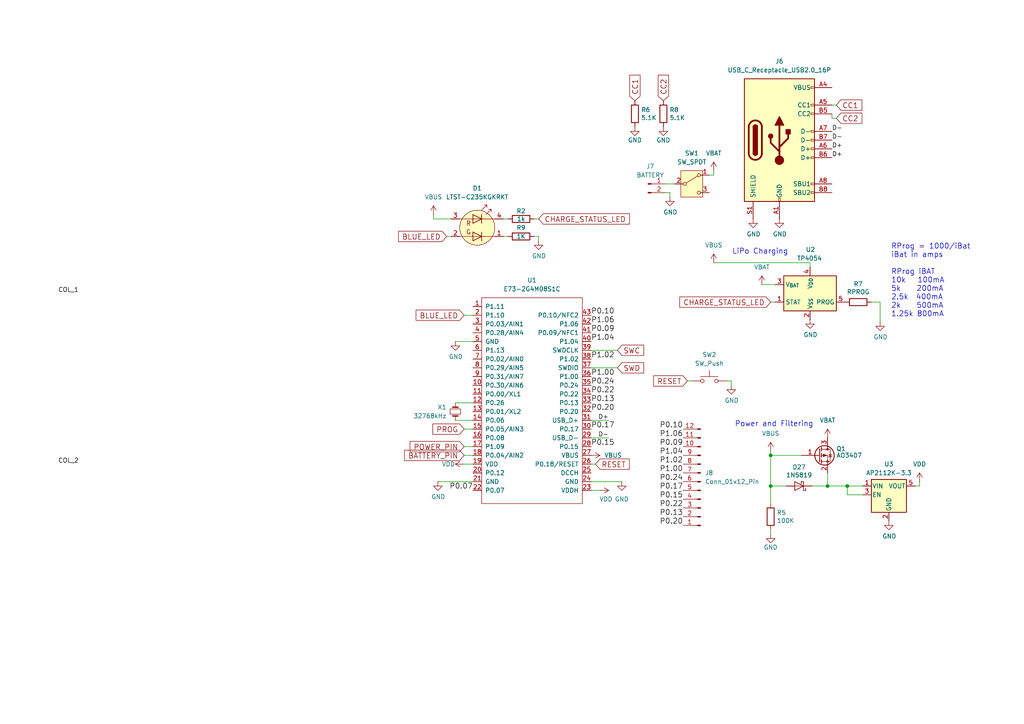
<source format=kicad_sch>
(kicad_sch
	(version 20231120)
	(generator "eeschema")
	(generator_version "8.0")
	(uuid "e63e39d7-6ac0-4ffd-8aa3-1841a4541b55")
	(paper "A4")
	(lib_symbols
		(symbol "Battery_Management:MCP73832-2-OT"
			(exclude_from_sim no)
			(in_bom yes)
			(on_board yes)
			(property "Reference" "U"
				(at -7.62 6.35 0)
				(effects
					(font
						(size 1.27 1.27)
					)
					(justify left)
				)
			)
			(property "Value" "MCP73832-2-OT"
				(at 1.27 6.35 0)
				(effects
					(font
						(size 1.27 1.27)
					)
					(justify left)
				)
			)
			(property "Footprint" "Package_TO_SOT_SMD:SOT-23-5"
				(at 1.27 -6.35 0)
				(effects
					(font
						(size 1.27 1.27)
						(italic yes)
					)
					(justify left)
					(hide yes)
				)
			)
			(property "Datasheet" "http://ww1.microchip.com/downloads/en/DeviceDoc/20001984g.pdf"
				(at 0 -18.796 0)
				(effects
					(font
						(size 1.27 1.27)
					)
					(hide yes)
				)
			)
			(property "Description" "Single cell, Li-Ion/Li-Po charge management controller, 4.20V, Open-Drain Status Output, in SOT23-5 package"
				(at 0 0 0)
				(effects
					(font
						(size 1.27 1.27)
					)
					(hide yes)
				)
			)
			(property "ki_keywords" "battery charger lithium"
				(at 0 0 0)
				(effects
					(font
						(size 1.27 1.27)
					)
					(hide yes)
				)
			)
			(property "ki_fp_filters" "SOT?23*"
				(at 0 0 0)
				(effects
					(font
						(size 1.27 1.27)
					)
					(hide yes)
				)
			)
			(symbol "MCP73832-2-OT_0_1"
				(rectangle
					(start -7.62 5.08)
					(end 7.62 -5.08)
					(stroke
						(width 0.254)
						(type default)
					)
					(fill
						(type background)
					)
				)
			)
			(symbol "MCP73832-2-OT_1_1"
				(pin open_collector line
					(at 10.16 -2.54 180)
					(length 2.54)
					(name "STAT"
						(effects
							(font
								(size 1.27 1.27)
							)
						)
					)
					(number "1"
						(effects
							(font
								(size 1.27 1.27)
							)
						)
					)
				)
				(pin power_in line
					(at 0 -7.62 90)
					(length 2.54)
					(name "V_{SS}"
						(effects
							(font
								(size 1.27 1.27)
							)
						)
					)
					(number "2"
						(effects
							(font
								(size 1.27 1.27)
							)
						)
					)
				)
				(pin power_out line
					(at 10.16 2.54 180)
					(length 2.54)
					(name "V_{BAT}"
						(effects
							(font
								(size 1.27 1.27)
							)
						)
					)
					(number "3"
						(effects
							(font
								(size 1.27 1.27)
							)
						)
					)
				)
				(pin power_in line
					(at 0 7.62 270)
					(length 2.54)
					(name "V_{DD}"
						(effects
							(font
								(size 1.27 1.27)
							)
						)
					)
					(number "4"
						(effects
							(font
								(size 1.27 1.27)
							)
						)
					)
				)
				(pin input line
					(at -10.16 -2.54 0)
					(length 2.54)
					(name "PROG"
						(effects
							(font
								(size 1.27 1.27)
							)
						)
					)
					(number "5"
						(effects
							(font
								(size 1.27 1.27)
							)
						)
					)
				)
			)
		)
		(symbol "Connector:Conn_01x02_Pin"
			(pin_names
				(offset 1.016) hide)
			(exclude_from_sim no)
			(in_bom yes)
			(on_board yes)
			(property "Reference" "J"
				(at 0 2.54 0)
				(effects
					(font
						(size 1.27 1.27)
					)
				)
			)
			(property "Value" "Conn_01x02_Pin"
				(at 0 -5.08 0)
				(effects
					(font
						(size 1.27 1.27)
					)
				)
			)
			(property "Footprint" ""
				(at 0 0 0)
				(effects
					(font
						(size 1.27 1.27)
					)
					(hide yes)
				)
			)
			(property "Datasheet" "~"
				(at 0 0 0)
				(effects
					(font
						(size 1.27 1.27)
					)
					(hide yes)
				)
			)
			(property "Description" "Generic connector, single row, 01x02, script generated"
				(at 0 0 0)
				(effects
					(font
						(size 1.27 1.27)
					)
					(hide yes)
				)
			)
			(property "ki_locked" ""
				(at 0 0 0)
				(effects
					(font
						(size 1.27 1.27)
					)
				)
			)
			(property "ki_keywords" "connector"
				(at 0 0 0)
				(effects
					(font
						(size 1.27 1.27)
					)
					(hide yes)
				)
			)
			(property "ki_fp_filters" "Connector*:*_1x??_*"
				(at 0 0 0)
				(effects
					(font
						(size 1.27 1.27)
					)
					(hide yes)
				)
			)
			(symbol "Conn_01x02_Pin_1_1"
				(polyline
					(pts
						(xy 1.27 -2.54) (xy 0.8636 -2.54)
					)
					(stroke
						(width 0.1524)
						(type default)
					)
					(fill
						(type none)
					)
				)
				(polyline
					(pts
						(xy 1.27 0) (xy 0.8636 0)
					)
					(stroke
						(width 0.1524)
						(type default)
					)
					(fill
						(type none)
					)
				)
				(rectangle
					(start 0.8636 -2.413)
					(end 0 -2.667)
					(stroke
						(width 0.1524)
						(type default)
					)
					(fill
						(type outline)
					)
				)
				(rectangle
					(start 0.8636 0.127)
					(end 0 -0.127)
					(stroke
						(width 0.1524)
						(type default)
					)
					(fill
						(type outline)
					)
				)
				(pin passive line
					(at 5.08 0 180)
					(length 3.81)
					(name "Pin_1"
						(effects
							(font
								(size 1.27 1.27)
							)
						)
					)
					(number "1"
						(effects
							(font
								(size 1.27 1.27)
							)
						)
					)
				)
				(pin passive line
					(at 5.08 -2.54 180)
					(length 3.81)
					(name "Pin_2"
						(effects
							(font
								(size 1.27 1.27)
							)
						)
					)
					(number "2"
						(effects
							(font
								(size 1.27 1.27)
							)
						)
					)
				)
			)
		)
		(symbol "Connector:Conn_01x12_Pin"
			(pin_names
				(offset 1.016) hide)
			(exclude_from_sim no)
			(in_bom yes)
			(on_board yes)
			(property "Reference" "J"
				(at 0 15.24 0)
				(effects
					(font
						(size 1.27 1.27)
					)
				)
			)
			(property "Value" "Conn_01x12_Pin"
				(at 0 -17.78 0)
				(effects
					(font
						(size 1.27 1.27)
					)
				)
			)
			(property "Footprint" ""
				(at 0 0 0)
				(effects
					(font
						(size 1.27 1.27)
					)
					(hide yes)
				)
			)
			(property "Datasheet" "~"
				(at 0 0 0)
				(effects
					(font
						(size 1.27 1.27)
					)
					(hide yes)
				)
			)
			(property "Description" "Generic connector, single row, 01x12, script generated"
				(at 0 0 0)
				(effects
					(font
						(size 1.27 1.27)
					)
					(hide yes)
				)
			)
			(property "ki_locked" ""
				(at 0 0 0)
				(effects
					(font
						(size 1.27 1.27)
					)
				)
			)
			(property "ki_keywords" "connector"
				(at 0 0 0)
				(effects
					(font
						(size 1.27 1.27)
					)
					(hide yes)
				)
			)
			(property "ki_fp_filters" "Connector*:*_1x??_*"
				(at 0 0 0)
				(effects
					(font
						(size 1.27 1.27)
					)
					(hide yes)
				)
			)
			(symbol "Conn_01x12_Pin_1_1"
				(polyline
					(pts
						(xy 1.27 -15.24) (xy 0.8636 -15.24)
					)
					(stroke
						(width 0.1524)
						(type default)
					)
					(fill
						(type none)
					)
				)
				(polyline
					(pts
						(xy 1.27 -12.7) (xy 0.8636 -12.7)
					)
					(stroke
						(width 0.1524)
						(type default)
					)
					(fill
						(type none)
					)
				)
				(polyline
					(pts
						(xy 1.27 -10.16) (xy 0.8636 -10.16)
					)
					(stroke
						(width 0.1524)
						(type default)
					)
					(fill
						(type none)
					)
				)
				(polyline
					(pts
						(xy 1.27 -7.62) (xy 0.8636 -7.62)
					)
					(stroke
						(width 0.1524)
						(type default)
					)
					(fill
						(type none)
					)
				)
				(polyline
					(pts
						(xy 1.27 -5.08) (xy 0.8636 -5.08)
					)
					(stroke
						(width 0.1524)
						(type default)
					)
					(fill
						(type none)
					)
				)
				(polyline
					(pts
						(xy 1.27 -2.54) (xy 0.8636 -2.54)
					)
					(stroke
						(width 0.1524)
						(type default)
					)
					(fill
						(type none)
					)
				)
				(polyline
					(pts
						(xy 1.27 0) (xy 0.8636 0)
					)
					(stroke
						(width 0.1524)
						(type default)
					)
					(fill
						(type none)
					)
				)
				(polyline
					(pts
						(xy 1.27 2.54) (xy 0.8636 2.54)
					)
					(stroke
						(width 0.1524)
						(type default)
					)
					(fill
						(type none)
					)
				)
				(polyline
					(pts
						(xy 1.27 5.08) (xy 0.8636 5.08)
					)
					(stroke
						(width 0.1524)
						(type default)
					)
					(fill
						(type none)
					)
				)
				(polyline
					(pts
						(xy 1.27 7.62) (xy 0.8636 7.62)
					)
					(stroke
						(width 0.1524)
						(type default)
					)
					(fill
						(type none)
					)
				)
				(polyline
					(pts
						(xy 1.27 10.16) (xy 0.8636 10.16)
					)
					(stroke
						(width 0.1524)
						(type default)
					)
					(fill
						(type none)
					)
				)
				(polyline
					(pts
						(xy 1.27 12.7) (xy 0.8636 12.7)
					)
					(stroke
						(width 0.1524)
						(type default)
					)
					(fill
						(type none)
					)
				)
				(rectangle
					(start 0.8636 -15.113)
					(end 0 -15.367)
					(stroke
						(width 0.1524)
						(type default)
					)
					(fill
						(type outline)
					)
				)
				(rectangle
					(start 0.8636 -12.573)
					(end 0 -12.827)
					(stroke
						(width 0.1524)
						(type default)
					)
					(fill
						(type outline)
					)
				)
				(rectangle
					(start 0.8636 -10.033)
					(end 0 -10.287)
					(stroke
						(width 0.1524)
						(type default)
					)
					(fill
						(type outline)
					)
				)
				(rectangle
					(start 0.8636 -7.493)
					(end 0 -7.747)
					(stroke
						(width 0.1524)
						(type default)
					)
					(fill
						(type outline)
					)
				)
				(rectangle
					(start 0.8636 -4.953)
					(end 0 -5.207)
					(stroke
						(width 0.1524)
						(type default)
					)
					(fill
						(type outline)
					)
				)
				(rectangle
					(start 0.8636 -2.413)
					(end 0 -2.667)
					(stroke
						(width 0.1524)
						(type default)
					)
					(fill
						(type outline)
					)
				)
				(rectangle
					(start 0.8636 0.127)
					(end 0 -0.127)
					(stroke
						(width 0.1524)
						(type default)
					)
					(fill
						(type outline)
					)
				)
				(rectangle
					(start 0.8636 2.667)
					(end 0 2.413)
					(stroke
						(width 0.1524)
						(type default)
					)
					(fill
						(type outline)
					)
				)
				(rectangle
					(start 0.8636 5.207)
					(end 0 4.953)
					(stroke
						(width 0.1524)
						(type default)
					)
					(fill
						(type outline)
					)
				)
				(rectangle
					(start 0.8636 7.747)
					(end 0 7.493)
					(stroke
						(width 0.1524)
						(type default)
					)
					(fill
						(type outline)
					)
				)
				(rectangle
					(start 0.8636 10.287)
					(end 0 10.033)
					(stroke
						(width 0.1524)
						(type default)
					)
					(fill
						(type outline)
					)
				)
				(rectangle
					(start 0.8636 12.827)
					(end 0 12.573)
					(stroke
						(width 0.1524)
						(type default)
					)
					(fill
						(type outline)
					)
				)
				(pin passive line
					(at 5.08 12.7 180)
					(length 3.81)
					(name "Pin_1"
						(effects
							(font
								(size 1.27 1.27)
							)
						)
					)
					(number "1"
						(effects
							(font
								(size 1.27 1.27)
							)
						)
					)
				)
				(pin passive line
					(at 5.08 -10.16 180)
					(length 3.81)
					(name "Pin_10"
						(effects
							(font
								(size 1.27 1.27)
							)
						)
					)
					(number "10"
						(effects
							(font
								(size 1.27 1.27)
							)
						)
					)
				)
				(pin passive line
					(at 5.08 -12.7 180)
					(length 3.81)
					(name "Pin_11"
						(effects
							(font
								(size 1.27 1.27)
							)
						)
					)
					(number "11"
						(effects
							(font
								(size 1.27 1.27)
							)
						)
					)
				)
				(pin passive line
					(at 5.08 -15.24 180)
					(length 3.81)
					(name "Pin_12"
						(effects
							(font
								(size 1.27 1.27)
							)
						)
					)
					(number "12"
						(effects
							(font
								(size 1.27 1.27)
							)
						)
					)
				)
				(pin passive line
					(at 5.08 10.16 180)
					(length 3.81)
					(name "Pin_2"
						(effects
							(font
								(size 1.27 1.27)
							)
						)
					)
					(number "2"
						(effects
							(font
								(size 1.27 1.27)
							)
						)
					)
				)
				(pin passive line
					(at 5.08 7.62 180)
					(length 3.81)
					(name "Pin_3"
						(effects
							(font
								(size 1.27 1.27)
							)
						)
					)
					(number "3"
						(effects
							(font
								(size 1.27 1.27)
							)
						)
					)
				)
				(pin passive line
					(at 5.08 5.08 180)
					(length 3.81)
					(name "Pin_4"
						(effects
							(font
								(size 1.27 1.27)
							)
						)
					)
					(number "4"
						(effects
							(font
								(size 1.27 1.27)
							)
						)
					)
				)
				(pin passive line
					(at 5.08 2.54 180)
					(length 3.81)
					(name "Pin_5"
						(effects
							(font
								(size 1.27 1.27)
							)
						)
					)
					(number "5"
						(effects
							(font
								(size 1.27 1.27)
							)
						)
					)
				)
				(pin passive line
					(at 5.08 0 180)
					(length 3.81)
					(name "Pin_6"
						(effects
							(font
								(size 1.27 1.27)
							)
						)
					)
					(number "6"
						(effects
							(font
								(size 1.27 1.27)
							)
						)
					)
				)
				(pin passive line
					(at 5.08 -2.54 180)
					(length 3.81)
					(name "Pin_7"
						(effects
							(font
								(size 1.27 1.27)
							)
						)
					)
					(number "7"
						(effects
							(font
								(size 1.27 1.27)
							)
						)
					)
				)
				(pin passive line
					(at 5.08 -5.08 180)
					(length 3.81)
					(name "Pin_8"
						(effects
							(font
								(size 1.27 1.27)
							)
						)
					)
					(number "8"
						(effects
							(font
								(size 1.27 1.27)
							)
						)
					)
				)
				(pin passive line
					(at 5.08 -7.62 180)
					(length 3.81)
					(name "Pin_9"
						(effects
							(font
								(size 1.27 1.27)
							)
						)
					)
					(number "9"
						(effects
							(font
								(size 1.27 1.27)
							)
						)
					)
				)
			)
		)
		(symbol "Connector:USB_C_Receptacle_USB2.0_16P"
			(pin_names
				(offset 1.016)
			)
			(exclude_from_sim no)
			(in_bom yes)
			(on_board yes)
			(property "Reference" "J"
				(at 0 22.225 0)
				(effects
					(font
						(size 1.27 1.27)
					)
				)
			)
			(property "Value" "USB_C_Receptacle_USB2.0_16P"
				(at 0 19.685 0)
				(effects
					(font
						(size 1.27 1.27)
					)
				)
			)
			(property "Footprint" ""
				(at 3.81 0 0)
				(effects
					(font
						(size 1.27 1.27)
					)
					(hide yes)
				)
			)
			(property "Datasheet" "https://www.usb.org/sites/default/files/documents/usb_type-c.zip"
				(at 3.81 0 0)
				(effects
					(font
						(size 1.27 1.27)
					)
					(hide yes)
				)
			)
			(property "Description" "USB 2.0-only 16P Type-C Receptacle connector"
				(at 0 0 0)
				(effects
					(font
						(size 1.27 1.27)
					)
					(hide yes)
				)
			)
			(property "ki_keywords" "usb universal serial bus type-C USB2.0"
				(at 0 0 0)
				(effects
					(font
						(size 1.27 1.27)
					)
					(hide yes)
				)
			)
			(property "ki_fp_filters" "USB*C*Receptacle*"
				(at 0 0 0)
				(effects
					(font
						(size 1.27 1.27)
					)
					(hide yes)
				)
			)
			(symbol "USB_C_Receptacle_USB2.0_16P_0_0"
				(rectangle
					(start -0.254 -17.78)
					(end 0.254 -16.764)
					(stroke
						(width 0)
						(type default)
					)
					(fill
						(type none)
					)
				)
				(rectangle
					(start 10.16 -14.986)
					(end 9.144 -15.494)
					(stroke
						(width 0)
						(type default)
					)
					(fill
						(type none)
					)
				)
				(rectangle
					(start 10.16 -12.446)
					(end 9.144 -12.954)
					(stroke
						(width 0)
						(type default)
					)
					(fill
						(type none)
					)
				)
				(rectangle
					(start 10.16 -4.826)
					(end 9.144 -5.334)
					(stroke
						(width 0)
						(type default)
					)
					(fill
						(type none)
					)
				)
				(rectangle
					(start 10.16 -2.286)
					(end 9.144 -2.794)
					(stroke
						(width 0)
						(type default)
					)
					(fill
						(type none)
					)
				)
				(rectangle
					(start 10.16 0.254)
					(end 9.144 -0.254)
					(stroke
						(width 0)
						(type default)
					)
					(fill
						(type none)
					)
				)
				(rectangle
					(start 10.16 2.794)
					(end 9.144 2.286)
					(stroke
						(width 0)
						(type default)
					)
					(fill
						(type none)
					)
				)
				(rectangle
					(start 10.16 7.874)
					(end 9.144 7.366)
					(stroke
						(width 0)
						(type default)
					)
					(fill
						(type none)
					)
				)
				(rectangle
					(start 10.16 10.414)
					(end 9.144 9.906)
					(stroke
						(width 0)
						(type default)
					)
					(fill
						(type none)
					)
				)
				(rectangle
					(start 10.16 15.494)
					(end 9.144 14.986)
					(stroke
						(width 0)
						(type default)
					)
					(fill
						(type none)
					)
				)
			)
			(symbol "USB_C_Receptacle_USB2.0_16P_0_1"
				(rectangle
					(start -10.16 17.78)
					(end 10.16 -17.78)
					(stroke
						(width 0.254)
						(type default)
					)
					(fill
						(type background)
					)
				)
				(arc
					(start -8.89 -3.81)
					(mid -6.985 -5.7067)
					(end -5.08 -3.81)
					(stroke
						(width 0.508)
						(type default)
					)
					(fill
						(type none)
					)
				)
				(arc
					(start -7.62 -3.81)
					(mid -6.985 -4.4423)
					(end -6.35 -3.81)
					(stroke
						(width 0.254)
						(type default)
					)
					(fill
						(type none)
					)
				)
				(arc
					(start -7.62 -3.81)
					(mid -6.985 -4.4423)
					(end -6.35 -3.81)
					(stroke
						(width 0.254)
						(type default)
					)
					(fill
						(type outline)
					)
				)
				(rectangle
					(start -7.62 -3.81)
					(end -6.35 3.81)
					(stroke
						(width 0.254)
						(type default)
					)
					(fill
						(type outline)
					)
				)
				(arc
					(start -6.35 3.81)
					(mid -6.985 4.4423)
					(end -7.62 3.81)
					(stroke
						(width 0.254)
						(type default)
					)
					(fill
						(type none)
					)
				)
				(arc
					(start -6.35 3.81)
					(mid -6.985 4.4423)
					(end -7.62 3.81)
					(stroke
						(width 0.254)
						(type default)
					)
					(fill
						(type outline)
					)
				)
				(arc
					(start -5.08 3.81)
					(mid -6.985 5.7067)
					(end -8.89 3.81)
					(stroke
						(width 0.508)
						(type default)
					)
					(fill
						(type none)
					)
				)
				(circle
					(center -2.54 1.143)
					(radius 0.635)
					(stroke
						(width 0.254)
						(type default)
					)
					(fill
						(type outline)
					)
				)
				(circle
					(center 0 -5.842)
					(radius 1.27)
					(stroke
						(width 0)
						(type default)
					)
					(fill
						(type outline)
					)
				)
				(polyline
					(pts
						(xy -8.89 -3.81) (xy -8.89 3.81)
					)
					(stroke
						(width 0.508)
						(type default)
					)
					(fill
						(type none)
					)
				)
				(polyline
					(pts
						(xy -5.08 3.81) (xy -5.08 -3.81)
					)
					(stroke
						(width 0.508)
						(type default)
					)
					(fill
						(type none)
					)
				)
				(polyline
					(pts
						(xy 0 -5.842) (xy 0 4.318)
					)
					(stroke
						(width 0.508)
						(type default)
					)
					(fill
						(type none)
					)
				)
				(polyline
					(pts
						(xy 0 -3.302) (xy -2.54 -0.762) (xy -2.54 0.508)
					)
					(stroke
						(width 0.508)
						(type default)
					)
					(fill
						(type none)
					)
				)
				(polyline
					(pts
						(xy 0 -2.032) (xy 2.54 0.508) (xy 2.54 1.778)
					)
					(stroke
						(width 0.508)
						(type default)
					)
					(fill
						(type none)
					)
				)
				(polyline
					(pts
						(xy -1.27 4.318) (xy 0 6.858) (xy 1.27 4.318) (xy -1.27 4.318)
					)
					(stroke
						(width 0.254)
						(type default)
					)
					(fill
						(type outline)
					)
				)
				(rectangle
					(start 1.905 1.778)
					(end 3.175 3.048)
					(stroke
						(width 0.254)
						(type default)
					)
					(fill
						(type outline)
					)
				)
			)
			(symbol "USB_C_Receptacle_USB2.0_16P_1_1"
				(pin passive line
					(at 0 -22.86 90)
					(length 5.08)
					(name "GND"
						(effects
							(font
								(size 1.27 1.27)
							)
						)
					)
					(number "A1"
						(effects
							(font
								(size 1.27 1.27)
							)
						)
					)
				)
				(pin passive line
					(at 0 -22.86 90)
					(length 5.08) hide
					(name "GND"
						(effects
							(font
								(size 1.27 1.27)
							)
						)
					)
					(number "A12"
						(effects
							(font
								(size 1.27 1.27)
							)
						)
					)
				)
				(pin passive line
					(at 15.24 15.24 180)
					(length 5.08)
					(name "VBUS"
						(effects
							(font
								(size 1.27 1.27)
							)
						)
					)
					(number "A4"
						(effects
							(font
								(size 1.27 1.27)
							)
						)
					)
				)
				(pin bidirectional line
					(at 15.24 10.16 180)
					(length 5.08)
					(name "CC1"
						(effects
							(font
								(size 1.27 1.27)
							)
						)
					)
					(number "A5"
						(effects
							(font
								(size 1.27 1.27)
							)
						)
					)
				)
				(pin bidirectional line
					(at 15.24 -2.54 180)
					(length 5.08)
					(name "D+"
						(effects
							(font
								(size 1.27 1.27)
							)
						)
					)
					(number "A6"
						(effects
							(font
								(size 1.27 1.27)
							)
						)
					)
				)
				(pin bidirectional line
					(at 15.24 2.54 180)
					(length 5.08)
					(name "D-"
						(effects
							(font
								(size 1.27 1.27)
							)
						)
					)
					(number "A7"
						(effects
							(font
								(size 1.27 1.27)
							)
						)
					)
				)
				(pin bidirectional line
					(at 15.24 -12.7 180)
					(length 5.08)
					(name "SBU1"
						(effects
							(font
								(size 1.27 1.27)
							)
						)
					)
					(number "A8"
						(effects
							(font
								(size 1.27 1.27)
							)
						)
					)
				)
				(pin passive line
					(at 15.24 15.24 180)
					(length 5.08) hide
					(name "VBUS"
						(effects
							(font
								(size 1.27 1.27)
							)
						)
					)
					(number "A9"
						(effects
							(font
								(size 1.27 1.27)
							)
						)
					)
				)
				(pin passive line
					(at 0 -22.86 90)
					(length 5.08) hide
					(name "GND"
						(effects
							(font
								(size 1.27 1.27)
							)
						)
					)
					(number "B1"
						(effects
							(font
								(size 1.27 1.27)
							)
						)
					)
				)
				(pin passive line
					(at 0 -22.86 90)
					(length 5.08) hide
					(name "GND"
						(effects
							(font
								(size 1.27 1.27)
							)
						)
					)
					(number "B12"
						(effects
							(font
								(size 1.27 1.27)
							)
						)
					)
				)
				(pin passive line
					(at 15.24 15.24 180)
					(length 5.08) hide
					(name "VBUS"
						(effects
							(font
								(size 1.27 1.27)
							)
						)
					)
					(number "B4"
						(effects
							(font
								(size 1.27 1.27)
							)
						)
					)
				)
				(pin bidirectional line
					(at 15.24 7.62 180)
					(length 5.08)
					(name "CC2"
						(effects
							(font
								(size 1.27 1.27)
							)
						)
					)
					(number "B5"
						(effects
							(font
								(size 1.27 1.27)
							)
						)
					)
				)
				(pin bidirectional line
					(at 15.24 -5.08 180)
					(length 5.08)
					(name "D+"
						(effects
							(font
								(size 1.27 1.27)
							)
						)
					)
					(number "B6"
						(effects
							(font
								(size 1.27 1.27)
							)
						)
					)
				)
				(pin bidirectional line
					(at 15.24 0 180)
					(length 5.08)
					(name "D-"
						(effects
							(font
								(size 1.27 1.27)
							)
						)
					)
					(number "B7"
						(effects
							(font
								(size 1.27 1.27)
							)
						)
					)
				)
				(pin bidirectional line
					(at 15.24 -15.24 180)
					(length 5.08)
					(name "SBU2"
						(effects
							(font
								(size 1.27 1.27)
							)
						)
					)
					(number "B8"
						(effects
							(font
								(size 1.27 1.27)
							)
						)
					)
				)
				(pin passive line
					(at 15.24 15.24 180)
					(length 5.08) hide
					(name "VBUS"
						(effects
							(font
								(size 1.27 1.27)
							)
						)
					)
					(number "B9"
						(effects
							(font
								(size 1.27 1.27)
							)
						)
					)
				)
				(pin passive line
					(at -7.62 -22.86 90)
					(length 5.08)
					(name "SHIELD"
						(effects
							(font
								(size 1.27 1.27)
							)
						)
					)
					(number "S1"
						(effects
							(font
								(size 1.27 1.27)
							)
						)
					)
				)
			)
		)
		(symbol "Device:Crystal_Small"
			(pin_numbers hide)
			(pin_names
				(offset 1.016) hide)
			(exclude_from_sim no)
			(in_bom yes)
			(on_board yes)
			(property "Reference" "Y"
				(at 0 2.54 0)
				(effects
					(font
						(size 1.27 1.27)
					)
				)
			)
			(property "Value" "Crystal_Small"
				(at 0 -2.54 0)
				(effects
					(font
						(size 1.27 1.27)
					)
				)
			)
			(property "Footprint" ""
				(at 0 0 0)
				(effects
					(font
						(size 1.27 1.27)
					)
					(hide yes)
				)
			)
			(property "Datasheet" "~"
				(at 0 0 0)
				(effects
					(font
						(size 1.27 1.27)
					)
					(hide yes)
				)
			)
			(property "Description" "Two pin crystal, small symbol"
				(at 0 0 0)
				(effects
					(font
						(size 1.27 1.27)
					)
					(hide yes)
				)
			)
			(property "ki_keywords" "quartz ceramic resonator oscillator"
				(at 0 0 0)
				(effects
					(font
						(size 1.27 1.27)
					)
					(hide yes)
				)
			)
			(property "ki_fp_filters" "Crystal*"
				(at 0 0 0)
				(effects
					(font
						(size 1.27 1.27)
					)
					(hide yes)
				)
			)
			(symbol "Crystal_Small_0_1"
				(rectangle
					(start -0.762 -1.524)
					(end 0.762 1.524)
					(stroke
						(width 0)
						(type default)
					)
					(fill
						(type none)
					)
				)
				(polyline
					(pts
						(xy -1.27 -0.762) (xy -1.27 0.762)
					)
					(stroke
						(width 0.381)
						(type default)
					)
					(fill
						(type none)
					)
				)
				(polyline
					(pts
						(xy 1.27 -0.762) (xy 1.27 0.762)
					)
					(stroke
						(width 0.381)
						(type default)
					)
					(fill
						(type none)
					)
				)
			)
			(symbol "Crystal_Small_1_1"
				(pin passive line
					(at -2.54 0 0)
					(length 1.27)
					(name "1"
						(effects
							(font
								(size 1.27 1.27)
							)
						)
					)
					(number "1"
						(effects
							(font
								(size 1.27 1.27)
							)
						)
					)
				)
				(pin passive line
					(at 2.54 0 180)
					(length 1.27)
					(name "2"
						(effects
							(font
								(size 1.27 1.27)
							)
						)
					)
					(number "2"
						(effects
							(font
								(size 1.27 1.27)
							)
						)
					)
				)
			)
		)
		(symbol "Device:R"
			(pin_numbers hide)
			(pin_names
				(offset 0)
			)
			(exclude_from_sim no)
			(in_bom yes)
			(on_board yes)
			(property "Reference" "R"
				(at 2.032 0 90)
				(effects
					(font
						(size 1.27 1.27)
					)
				)
			)
			(property "Value" "R"
				(at 0 0 90)
				(effects
					(font
						(size 1.27 1.27)
					)
				)
			)
			(property "Footprint" ""
				(at -1.778 0 90)
				(effects
					(font
						(size 1.27 1.27)
					)
					(hide yes)
				)
			)
			(property "Datasheet" "~"
				(at 0 0 0)
				(effects
					(font
						(size 1.27 1.27)
					)
					(hide yes)
				)
			)
			(property "Description" "Resistor"
				(at 0 0 0)
				(effects
					(font
						(size 1.27 1.27)
					)
					(hide yes)
				)
			)
			(property "ki_keywords" "R res resistor"
				(at 0 0 0)
				(effects
					(font
						(size 1.27 1.27)
					)
					(hide yes)
				)
			)
			(property "ki_fp_filters" "R_*"
				(at 0 0 0)
				(effects
					(font
						(size 1.27 1.27)
					)
					(hide yes)
				)
			)
			(symbol "R_0_1"
				(rectangle
					(start -1.016 -2.54)
					(end 1.016 2.54)
					(stroke
						(width 0.254)
						(type default)
					)
					(fill
						(type none)
					)
				)
			)
			(symbol "R_1_1"
				(pin passive line
					(at 0 3.81 270)
					(length 1.27)
					(name "~"
						(effects
							(font
								(size 1.27 1.27)
							)
						)
					)
					(number "1"
						(effects
							(font
								(size 1.27 1.27)
							)
						)
					)
				)
				(pin passive line
					(at 0 -3.81 90)
					(length 1.27)
					(name "~"
						(effects
							(font
								(size 1.27 1.27)
							)
						)
					)
					(number "2"
						(effects
							(font
								(size 1.27 1.27)
							)
						)
					)
				)
			)
		)
		(symbol "LED:LTST-C235KGKRKT"
			(pin_names
				(offset 0) hide)
			(exclude_from_sim no)
			(in_bom yes)
			(on_board yes)
			(property "Reference" "D"
				(at -5.08 6.35 0)
				(effects
					(font
						(size 1.27 1.27)
					)
				)
			)
			(property "Value" "LTST-C235KGKRKT"
				(at 0 -5.715 0)
				(effects
					(font
						(size 1.27 1.27)
					)
				)
			)
			(property "Footprint" "LED_SMD:LED_LiteOn_LTST-C235KGKRKT"
				(at 0.762 0 0)
				(effects
					(font
						(size 1.27 1.27)
					)
					(hide yes)
				)
			)
			(property "Datasheet" "https://optoelectronics.liteon.com/upload/download/DS22-2009-0219/LTST-C235KGKRKT.pdf"
				(at 0.762 0 0)
				(effects
					(font
						(size 1.27 1.27)
					)
					(hide yes)
				)
			)
			(property "Description" "LED dual red/green, 4-pin, down-facing"
				(at 0 0 0)
				(effects
					(font
						(size 1.27 1.27)
					)
					(hide yes)
				)
			)
			(property "ki_keywords" "diode bicolor down-facing reverse"
				(at 0 0 0)
				(effects
					(font
						(size 1.27 1.27)
					)
					(hide yes)
				)
			)
			(property "ki_fp_filters" "*LTST*C235K*"
				(at 0 0 0)
				(effects
					(font
						(size 1.27 1.27)
					)
					(hide yes)
				)
			)
			(symbol "LTST-C235KGKRKT_0_0"
				(text "G"
					(at -2.54 -1.27 0)
					(effects
						(font
							(size 1.2954 1.2954)
						)
					)
				)
				(text "R"
					(at -2.54 1.27 0)
					(effects
						(font
							(size 1.2954 1.2954)
						)
					)
				)
			)
			(symbol "LTST-C235KGKRKT_0_1"
				(polyline
					(pts
						(xy -5.08 -2.54) (xy 2.032 -2.54)
					)
					(stroke
						(width 0)
						(type solid)
					)
					(fill
						(type none)
					)
				)
				(polyline
					(pts
						(xy -5.08 2.54) (xy 2.032 2.54)
					)
					(stroke
						(width 0)
						(type solid)
					)
					(fill
						(type none)
					)
				)
				(polyline
					(pts
						(xy 1.27 -1.27) (xy 1.27 -3.81)
					)
					(stroke
						(width 0.2032)
						(type solid)
					)
					(fill
						(type none)
					)
				)
				(polyline
					(pts
						(xy 1.27 3.81) (xy 1.27 1.27)
					)
					(stroke
						(width 0.2032)
						(type solid)
					)
					(fill
						(type none)
					)
				)
				(polyline
					(pts
						(xy 5.08 -2.54) (xy 1.905 -2.54)
					)
					(stroke
						(width 0)
						(type solid)
					)
					(fill
						(type none)
					)
				)
				(polyline
					(pts
						(xy 5.08 2.54) (xy 1.905 2.54)
					)
					(stroke
						(width 0)
						(type solid)
					)
					(fill
						(type none)
					)
				)
				(polyline
					(pts
						(xy -1.27 -1.27) (xy -1.27 -3.81) (xy 1.27 -2.54) (xy -1.27 -1.27)
					)
					(stroke
						(width 0.2032)
						(type solid)
					)
					(fill
						(type none)
					)
				)
				(polyline
					(pts
						(xy -1.27 3.81) (xy -1.27 1.27) (xy 1.27 2.54) (xy -1.27 3.81)
					)
					(stroke
						(width 0.2032)
						(type solid)
					)
					(fill
						(type none)
					)
				)
				(polyline
					(pts
						(xy 1.27 5.08) (xy 2.794 6.604) (xy 2.032 6.604) (xy 2.794 6.604) (xy 2.794 5.842)
					)
					(stroke
						(width 0)
						(type solid)
					)
					(fill
						(type none)
					)
				)
				(polyline
					(pts
						(xy 2.54 3.81) (xy 4.064 5.334) (xy 3.302 5.334) (xy 4.064 5.334) (xy 4.064 4.572)
					)
					(stroke
						(width 0)
						(type solid)
					)
					(fill
						(type none)
					)
				)
				(circle
					(center 0 0)
					(radius 5.08)
					(stroke
						(width 0)
						(type solid)
					)
					(fill
						(type background)
					)
				)
			)
			(symbol "LTST-C235KGKRKT_1_1"
				(pin input line
					(at 7.62 -2.54 180)
					(length 2.54)
					(name "K2"
						(effects
							(font
								(size 1.27 1.27)
							)
						)
					)
					(number "1"
						(effects
							(font
								(size 1.27 1.27)
							)
						)
					)
				)
				(pin input line
					(at -7.62 -2.54 0)
					(length 2.54)
					(name "A2"
						(effects
							(font
								(size 1.27 1.27)
							)
						)
					)
					(number "2"
						(effects
							(font
								(size 1.27 1.27)
							)
						)
					)
				)
				(pin input line
					(at -7.62 2.54 0)
					(length 2.54)
					(name "A1"
						(effects
							(font
								(size 1.27 1.27)
							)
						)
					)
					(number "3"
						(effects
							(font
								(size 1.27 1.27)
							)
						)
					)
				)
				(pin input line
					(at 7.62 2.54 180)
					(length 2.54)
					(name "K1"
						(effects
							(font
								(size 1.27 1.27)
							)
						)
					)
					(number "4"
						(effects
							(font
								(size 1.27 1.27)
							)
						)
					)
				)
			)
		)
		(symbol "Regulator_Linear:AP2112K-3.3"
			(pin_names
				(offset 0.254)
			)
			(exclude_from_sim no)
			(in_bom yes)
			(on_board yes)
			(property "Reference" "U"
				(at -5.08 5.715 0)
				(effects
					(font
						(size 1.27 1.27)
					)
					(justify left)
				)
			)
			(property "Value" "AP2112K-3.3"
				(at 0 5.715 0)
				(effects
					(font
						(size 1.27 1.27)
					)
					(justify left)
				)
			)
			(property "Footprint" "Package_TO_SOT_SMD:SOT-23-5"
				(at 0 8.255 0)
				(effects
					(font
						(size 1.27 1.27)
					)
					(hide yes)
				)
			)
			(property "Datasheet" "https://www.diodes.com/assets/Datasheets/AP2112.pdf"
				(at 0 2.54 0)
				(effects
					(font
						(size 1.27 1.27)
					)
					(hide yes)
				)
			)
			(property "Description" "600mA low dropout linear regulator, with enable pin, 3.8V-6V input voltage range, 3.3V fixed positive output, SOT-23-5"
				(at 0 0 0)
				(effects
					(font
						(size 1.27 1.27)
					)
					(hide yes)
				)
			)
			(property "ki_keywords" "linear regulator ldo fixed positive"
				(at 0 0 0)
				(effects
					(font
						(size 1.27 1.27)
					)
					(hide yes)
				)
			)
			(property "ki_fp_filters" "SOT?23?5*"
				(at 0 0 0)
				(effects
					(font
						(size 1.27 1.27)
					)
					(hide yes)
				)
			)
			(symbol "AP2112K-3.3_0_1"
				(rectangle
					(start -5.08 4.445)
					(end 5.08 -5.08)
					(stroke
						(width 0.254)
						(type default)
					)
					(fill
						(type background)
					)
				)
			)
			(symbol "AP2112K-3.3_1_1"
				(pin power_in line
					(at -7.62 2.54 0)
					(length 2.54)
					(name "VIN"
						(effects
							(font
								(size 1.27 1.27)
							)
						)
					)
					(number "1"
						(effects
							(font
								(size 1.27 1.27)
							)
						)
					)
				)
				(pin power_in line
					(at 0 -7.62 90)
					(length 2.54)
					(name "GND"
						(effects
							(font
								(size 1.27 1.27)
							)
						)
					)
					(number "2"
						(effects
							(font
								(size 1.27 1.27)
							)
						)
					)
				)
				(pin input line
					(at -7.62 0 0)
					(length 2.54)
					(name "EN"
						(effects
							(font
								(size 1.27 1.27)
							)
						)
					)
					(number "3"
						(effects
							(font
								(size 1.27 1.27)
							)
						)
					)
				)
				(pin no_connect line
					(at 5.08 0 180)
					(length 2.54) hide
					(name "NC"
						(effects
							(font
								(size 1.27 1.27)
							)
						)
					)
					(number "4"
						(effects
							(font
								(size 1.27 1.27)
							)
						)
					)
				)
				(pin power_out line
					(at 7.62 2.54 180)
					(length 2.54)
					(name "VOUT"
						(effects
							(font
								(size 1.27 1.27)
							)
						)
					)
					(number "5"
						(effects
							(font
								(size 1.27 1.27)
							)
						)
					)
				)
			)
		)
		(symbol "Switch:SW_Push"
			(pin_numbers hide)
			(pin_names
				(offset 1.016) hide)
			(exclude_from_sim no)
			(in_bom yes)
			(on_board yes)
			(property "Reference" "SW"
				(at 1.27 2.54 0)
				(effects
					(font
						(size 1.27 1.27)
					)
					(justify left)
				)
			)
			(property "Value" "SW_Push"
				(at 0 -1.524 0)
				(effects
					(font
						(size 1.27 1.27)
					)
				)
			)
			(property "Footprint" ""
				(at 0 5.08 0)
				(effects
					(font
						(size 1.27 1.27)
					)
					(hide yes)
				)
			)
			(property "Datasheet" "~"
				(at 0 5.08 0)
				(effects
					(font
						(size 1.27 1.27)
					)
					(hide yes)
				)
			)
			(property "Description" "Push button switch, generic, two pins"
				(at 0 0 0)
				(effects
					(font
						(size 1.27 1.27)
					)
					(hide yes)
				)
			)
			(property "ki_keywords" "switch normally-open pushbutton push-button"
				(at 0 0 0)
				(effects
					(font
						(size 1.27 1.27)
					)
					(hide yes)
				)
			)
			(symbol "SW_Push_0_1"
				(circle
					(center -2.032 0)
					(radius 0.508)
					(stroke
						(width 0)
						(type default)
					)
					(fill
						(type none)
					)
				)
				(polyline
					(pts
						(xy 0 1.27) (xy 0 3.048)
					)
					(stroke
						(width 0)
						(type default)
					)
					(fill
						(type none)
					)
				)
				(polyline
					(pts
						(xy 2.54 1.27) (xy -2.54 1.27)
					)
					(stroke
						(width 0)
						(type default)
					)
					(fill
						(type none)
					)
				)
				(circle
					(center 2.032 0)
					(radius 0.508)
					(stroke
						(width 0)
						(type default)
					)
					(fill
						(type none)
					)
				)
				(pin passive line
					(at -5.08 0 0)
					(length 2.54)
					(name "1"
						(effects
							(font
								(size 1.27 1.27)
							)
						)
					)
					(number "1"
						(effects
							(font
								(size 1.27 1.27)
							)
						)
					)
				)
				(pin passive line
					(at 5.08 0 180)
					(length 2.54)
					(name "2"
						(effects
							(font
								(size 1.27 1.27)
							)
						)
					)
					(number "2"
						(effects
							(font
								(size 1.27 1.27)
							)
						)
					)
				)
			)
		)
		(symbol "Switch:SW_SPDT"
			(pin_names
				(offset 0) hide)
			(exclude_from_sim no)
			(in_bom yes)
			(on_board yes)
			(property "Reference" "SW"
				(at 0 5.08 0)
				(effects
					(font
						(size 1.27 1.27)
					)
				)
			)
			(property "Value" "SW_SPDT"
				(at 0 -5.08 0)
				(effects
					(font
						(size 1.27 1.27)
					)
				)
			)
			(property "Footprint" ""
				(at 0 0 0)
				(effects
					(font
						(size 1.27 1.27)
					)
					(hide yes)
				)
			)
			(property "Datasheet" "~"
				(at 0 -7.62 0)
				(effects
					(font
						(size 1.27 1.27)
					)
					(hide yes)
				)
			)
			(property "Description" "Switch, single pole double throw"
				(at 0 0 0)
				(effects
					(font
						(size 1.27 1.27)
					)
					(hide yes)
				)
			)
			(property "ki_keywords" "switch single-pole double-throw spdt ON-ON"
				(at 0 0 0)
				(effects
					(font
						(size 1.27 1.27)
					)
					(hide yes)
				)
			)
			(symbol "SW_SPDT_0_1"
				(circle
					(center -2.032 0)
					(radius 0.4572)
					(stroke
						(width 0)
						(type default)
					)
					(fill
						(type none)
					)
				)
				(polyline
					(pts
						(xy -1.651 0.254) (xy 1.651 2.286)
					)
					(stroke
						(width 0)
						(type default)
					)
					(fill
						(type none)
					)
				)
				(circle
					(center 2.032 -2.54)
					(radius 0.4572)
					(stroke
						(width 0)
						(type default)
					)
					(fill
						(type none)
					)
				)
				(circle
					(center 2.032 2.54)
					(radius 0.4572)
					(stroke
						(width 0)
						(type default)
					)
					(fill
						(type none)
					)
				)
			)
			(symbol "SW_SPDT_1_1"
				(rectangle
					(start -3.175 3.81)
					(end 3.175 -3.81)
					(stroke
						(width 0)
						(type default)
					)
					(fill
						(type background)
					)
				)
				(pin passive line
					(at 5.08 2.54 180)
					(length 2.54)
					(name "A"
						(effects
							(font
								(size 1.27 1.27)
							)
						)
					)
					(number "1"
						(effects
							(font
								(size 1.27 1.27)
							)
						)
					)
				)
				(pin passive line
					(at -5.08 0 0)
					(length 2.54)
					(name "B"
						(effects
							(font
								(size 1.27 1.27)
							)
						)
					)
					(number "2"
						(effects
							(font
								(size 1.27 1.27)
							)
						)
					)
				)
				(pin passive line
					(at 5.08 -2.54 180)
					(length 2.54)
					(name "C"
						(effects
							(font
								(size 1.27 1.27)
							)
						)
					)
					(number "3"
						(effects
							(font
								(size 1.27 1.27)
							)
						)
					)
				)
			)
		)
		(symbol "nrfmicro-rescue:BSS83P"
			(pin_names
				(offset 0) hide)
			(exclude_from_sim no)
			(in_bom yes)
			(on_board yes)
			(property "Reference" "Q"
				(at 5.08 1.905 0)
				(effects
					(font
						(size 1.27 1.27)
					)
					(justify left)
				)
			)
			(property "Value" "BSS83P"
				(at 5.08 0 0)
				(effects
					(font
						(size 1.27 1.27)
					)
					(justify left)
				)
			)
			(property "Footprint" "TO_SOT_Packages_SMD:SOT-23"
				(at 5.08 -1.905 0)
				(effects
					(font
						(size 1.27 1.27)
						(italic yes)
					)
					(justify left)
					(hide yes)
				)
			)
			(property "Datasheet" ""
				(at 0 0 0)
				(effects
					(font
						(size 1.27 1.27)
					)
					(justify left)
					(hide yes)
				)
			)
			(property "Description" ""
				(at 0 0 0)
				(effects
					(font
						(size 1.27 1.27)
					)
					(hide yes)
				)
			)
			(property "ki_fp_filters" "SOT?23*"
				(at 0 0 0)
				(effects
					(font
						(size 1.27 1.27)
					)
					(hide yes)
				)
			)
			(symbol "BSS83P_0_1"
				(polyline
					(pts
						(xy 0 0) (xy 0.254 0)
					)
					(stroke
						(width 0)
						(type default)
					)
					(fill
						(type none)
					)
				)
				(polyline
					(pts
						(xy 0.762 -1.778) (xy 2.54 -1.778)
					)
					(stroke
						(width 0)
						(type default)
					)
					(fill
						(type none)
					)
				)
				(polyline
					(pts
						(xy 0.762 -1.27) (xy 0.762 -2.286)
					)
					(stroke
						(width 0.254)
						(type default)
					)
					(fill
						(type none)
					)
				)
				(polyline
					(pts
						(xy 0.762 0) (xy 2.54 0)
					)
					(stroke
						(width 0)
						(type default)
					)
					(fill
						(type none)
					)
				)
				(polyline
					(pts
						(xy 0.762 0.508) (xy 0.762 -0.508)
					)
					(stroke
						(width 0.254)
						(type default)
					)
					(fill
						(type none)
					)
				)
				(polyline
					(pts
						(xy 0.762 1.778) (xy 2.54 1.778)
					)
					(stroke
						(width 0)
						(type default)
					)
					(fill
						(type none)
					)
				)
				(polyline
					(pts
						(xy 0.762 2.286) (xy 0.762 1.27)
					)
					(stroke
						(width 0.254)
						(type default)
					)
					(fill
						(type none)
					)
				)
				(polyline
					(pts
						(xy 2.54 -1.778) (xy 2.54 -2.54)
					)
					(stroke
						(width 0)
						(type default)
					)
					(fill
						(type none)
					)
				)
				(polyline
					(pts
						(xy 2.54 -1.778) (xy 2.54 0)
					)
					(stroke
						(width 0)
						(type default)
					)
					(fill
						(type none)
					)
				)
				(polyline
					(pts
						(xy 2.54 2.54) (xy 2.54 1.778)
					)
					(stroke
						(width 0)
						(type default)
					)
					(fill
						(type none)
					)
				)
				(polyline
					(pts
						(xy 0.254 1.905) (xy 0.254 -1.905) (xy 0.254 -1.905)
					)
					(stroke
						(width 0.254)
						(type default)
					)
					(fill
						(type none)
					)
				)
				(polyline
					(pts
						(xy 2.286 0) (xy 1.27 -0.381) (xy 1.27 0.381) (xy 2.286 0)
					)
					(stroke
						(width 0)
						(type default)
					)
					(fill
						(type outline)
					)
				)
				(polyline
					(pts
						(xy 2.54 -1.778) (xy 3.302 -1.778) (xy 3.302 1.778) (xy 2.54 1.778)
					)
					(stroke
						(width 0)
						(type default)
					)
					(fill
						(type none)
					)
				)
				(polyline
					(pts
						(xy 2.794 -0.508) (xy 2.921 -0.381) (xy 3.683 -0.381) (xy 3.81 -0.254)
					)
					(stroke
						(width 0)
						(type default)
					)
					(fill
						(type none)
					)
				)
				(polyline
					(pts
						(xy 3.302 -0.381) (xy 2.921 0.254) (xy 3.683 0.254) (xy 3.302 -0.381)
					)
					(stroke
						(width 0)
						(type default)
					)
					(fill
						(type none)
					)
				)
				(circle
					(center 1.651 0)
					(radius 2.8194)
					(stroke
						(width 0.254)
						(type default)
					)
					(fill
						(type none)
					)
				)
				(circle
					(center 2.54 -1.778)
					(radius 0.2794)
					(stroke
						(width 0)
						(type default)
					)
					(fill
						(type outline)
					)
				)
				(circle
					(center 2.54 1.778)
					(radius 0.2794)
					(stroke
						(width 0)
						(type default)
					)
					(fill
						(type outline)
					)
				)
			)
			(symbol "BSS83P_1_1"
				(pin input line
					(at -5.08 0 0)
					(length 5.08)
					(name "G"
						(effects
							(font
								(size 1.27 1.27)
							)
						)
					)
					(number "1"
						(effects
							(font
								(size 1.27 1.27)
							)
						)
					)
				)
				(pin passive line
					(at 2.54 -5.08 90)
					(length 2.54)
					(name "S"
						(effects
							(font
								(size 1.27 1.27)
							)
						)
					)
					(number "2"
						(effects
							(font
								(size 1.27 1.27)
							)
						)
					)
				)
				(pin passive line
					(at 2.54 5.08 270)
					(length 2.54)
					(name "D"
						(effects
							(font
								(size 1.27 1.27)
							)
						)
					)
					(number "3"
						(effects
							(font
								(size 1.27 1.27)
							)
						)
					)
				)
			)
		)
		(symbol "nrfmicro-rescue:GND"
			(power)
			(pin_names
				(offset 0)
			)
			(exclude_from_sim no)
			(in_bom yes)
			(on_board yes)
			(property "Reference" "#PWR"
				(at 0 -6.35 0)
				(effects
					(font
						(size 1.27 1.27)
					)
					(hide yes)
				)
			)
			(property "Value" "GND"
				(at 0 -3.81 0)
				(effects
					(font
						(size 1.27 1.27)
					)
				)
			)
			(property "Footprint" ""
				(at 0 0 0)
				(effects
					(font
						(size 1.27 1.27)
					)
					(hide yes)
				)
			)
			(property "Datasheet" ""
				(at 0 0 0)
				(effects
					(font
						(size 1.27 1.27)
					)
					(hide yes)
				)
			)
			(property "Description" ""
				(at 0 0 0)
				(effects
					(font
						(size 1.27 1.27)
					)
					(hide yes)
				)
			)
			(symbol "GND_0_1"
				(polyline
					(pts
						(xy 0 0) (xy 0 -1.27) (xy 1.27 -1.27) (xy 0 -2.54) (xy -1.27 -1.27) (xy 0 -1.27)
					)
					(stroke
						(width 0)
						(type default)
					)
					(fill
						(type none)
					)
				)
			)
			(symbol "GND_1_1"
				(pin power_in line
					(at 0 0 270)
					(length 0) hide
					(name "GND"
						(effects
							(font
								(size 1.27 1.27)
							)
						)
					)
					(number "1"
						(effects
							(font
								(size 1.27 1.27)
							)
						)
					)
				)
			)
		)
		(symbol "nrfmicro-rescue:MBR0520"
			(pin_numbers hide)
			(pin_names
				(offset 1.016) hide)
			(exclude_from_sim no)
			(in_bom yes)
			(on_board yes)
			(property "Reference" "D"
				(at 0 2.54 0)
				(effects
					(font
						(size 1.27 1.27)
					)
				)
			)
			(property "Value" "MBR0520"
				(at 0 -2.54 0)
				(effects
					(font
						(size 1.27 1.27)
					)
				)
			)
			(property "Footprint" "Diodes_SMD:SOD-123"
				(at 0 -4.445 0)
				(effects
					(font
						(size 1.27 1.27)
					)
					(hide yes)
				)
			)
			(property "Datasheet" ""
				(at 0 0 0)
				(effects
					(font
						(size 1.27 1.27)
					)
					(hide yes)
				)
			)
			(property "Description" ""
				(at 0 0 0)
				(effects
					(font
						(size 1.27 1.27)
					)
					(hide yes)
				)
			)
			(property "ki_fp_filters" "D*SOD?123*"
				(at 0 0 0)
				(effects
					(font
						(size 1.27 1.27)
					)
					(hide yes)
				)
			)
			(symbol "MBR0520_0_1"
				(polyline
					(pts
						(xy 1.27 0) (xy -1.27 0)
					)
					(stroke
						(width 0)
						(type default)
					)
					(fill
						(type none)
					)
				)
				(polyline
					(pts
						(xy 1.27 1.27) (xy 1.27 -1.27) (xy -1.27 0) (xy 1.27 1.27)
					)
					(stroke
						(width 0.2032)
						(type default)
					)
					(fill
						(type none)
					)
				)
				(polyline
					(pts
						(xy -1.905 0.635) (xy -1.905 1.27) (xy -1.27 1.27) (xy -1.27 -1.27) (xy -0.635 -1.27) (xy -0.635 -0.635)
					)
					(stroke
						(width 0.2032)
						(type default)
					)
					(fill
						(type none)
					)
				)
			)
			(symbol "MBR0520_1_1"
				(pin passive line
					(at -3.81 0 0)
					(length 2.54)
					(name "K"
						(effects
							(font
								(size 1.27 1.27)
							)
						)
					)
					(number "1"
						(effects
							(font
								(size 1.27 1.27)
							)
						)
					)
				)
				(pin passive line
					(at 3.81 0 180)
					(length 2.54)
					(name "A"
						(effects
							(font
								(size 1.27 1.27)
							)
						)
					)
					(number "2"
						(effects
							(font
								(size 1.27 1.27)
							)
						)
					)
				)
			)
		)
		(symbol "nrfmicro-rescue:R"
			(pin_numbers hide)
			(pin_names
				(offset 0)
			)
			(exclude_from_sim no)
			(in_bom yes)
			(on_board yes)
			(property "Reference" "R"
				(at 2.032 0 90)
				(effects
					(font
						(size 1.27 1.27)
					)
				)
			)
			(property "Value" "R"
				(at 0 0 90)
				(effects
					(font
						(size 1.27 1.27)
					)
				)
			)
			(property "Footprint" ""
				(at -1.778 0 90)
				(effects
					(font
						(size 1.27 1.27)
					)
					(hide yes)
				)
			)
			(property "Datasheet" ""
				(at 0 0 0)
				(effects
					(font
						(size 1.27 1.27)
					)
					(hide yes)
				)
			)
			(property "Description" ""
				(at 0 0 0)
				(effects
					(font
						(size 1.27 1.27)
					)
					(hide yes)
				)
			)
			(property "ki_fp_filters" "R_* R_*"
				(at 0 0 0)
				(effects
					(font
						(size 1.27 1.27)
					)
					(hide yes)
				)
			)
			(symbol "R_0_1"
				(rectangle
					(start -1.016 -2.54)
					(end 1.016 2.54)
					(stroke
						(width 0.254)
						(type default)
					)
					(fill
						(type none)
					)
				)
			)
			(symbol "R_1_1"
				(pin passive line
					(at 0 3.81 270)
					(length 1.27)
					(name "~"
						(effects
							(font
								(size 1.27 1.27)
							)
						)
					)
					(number "1"
						(effects
							(font
								(size 1.27 1.27)
							)
						)
					)
				)
				(pin passive line
					(at 0 -3.81 90)
					(length 1.27)
					(name "~"
						(effects
							(font
								(size 1.27 1.27)
							)
						)
					)
					(number "2"
						(effects
							(font
								(size 1.27 1.27)
							)
						)
					)
				)
			)
		)
		(symbol "nrfmicro:E73-2G4M08S1C-52840"
			(pin_names
				(offset 1.016)
			)
			(exclude_from_sim no)
			(in_bom yes)
			(on_board yes)
			(property "Reference" "U1"
				(at -0.635 34.671 0)
				(effects
					(font
						(size 1.27 1.27)
					)
				)
			)
			(property "Value" "E73-2G4M08S1C"
				(at -0.635 32.3596 0)
				(effects
					(font
						(size 1.27 1.27)
					)
				)
			)
			(property "Footprint" "nrfmicro:E73-2G4M08S1C-52840"
				(at 0 0 0)
				(effects
					(font
						(size 1.27 1.27)
					)
					(hide yes)
				)
			)
			(property "Datasheet" ""
				(at 0 0 0)
				(effects
					(font
						(size 1.27 1.27)
					)
					(hide yes)
				)
			)
			(property "Description" ""
				(at 0 0 0)
				(effects
					(font
						(size 1.27 1.27)
					)
					(hide yes)
				)
			)
			(symbol "E73-2G4M08S1C-52840_0_1"
				(rectangle
					(start -15.24 30.48)
					(end 13.97 -29.21)
					(stroke
						(width 0)
						(type default)
					)
					(fill
						(type none)
					)
				)
			)
			(symbol "E73-2G4M08S1C-52840_1_1"
				(pin input line
					(at -17.78 27.94 0)
					(length 2.54)
					(name "P1.11"
						(effects
							(font
								(size 1.27 1.27)
							)
						)
					)
					(number "1"
						(effects
							(font
								(size 1.27 1.27)
							)
						)
					)
				)
				(pin input line
					(at -17.78 5.08 0)
					(length 2.54)
					(name "P0.30/AIN6"
						(effects
							(font
								(size 1.27 1.27)
							)
						)
					)
					(number "10"
						(effects
							(font
								(size 1.27 1.27)
							)
						)
					)
				)
				(pin input line
					(at -17.78 2.54 0)
					(length 2.54)
					(name "P0.00/XL1"
						(effects
							(font
								(size 1.27 1.27)
							)
						)
					)
					(number "11"
						(effects
							(font
								(size 1.27 1.27)
							)
						)
					)
				)
				(pin input line
					(at -17.78 0 0)
					(length 2.54)
					(name "P0.26"
						(effects
							(font
								(size 1.27 1.27)
							)
						)
					)
					(number "12"
						(effects
							(font
								(size 1.27 1.27)
							)
						)
					)
				)
				(pin input line
					(at -17.78 -2.54 0)
					(length 2.54)
					(name "P0.01/XL2"
						(effects
							(font
								(size 1.27 1.27)
							)
						)
					)
					(number "13"
						(effects
							(font
								(size 1.27 1.27)
							)
						)
					)
				)
				(pin input line
					(at -17.78 -5.08 0)
					(length 2.54)
					(name "P0.06"
						(effects
							(font
								(size 1.27 1.27)
							)
						)
					)
					(number "14"
						(effects
							(font
								(size 1.27 1.27)
							)
						)
					)
				)
				(pin input line
					(at -17.78 -7.62 0)
					(length 2.54)
					(name "P0.05/AIN3"
						(effects
							(font
								(size 1.27 1.27)
							)
						)
					)
					(number "15"
						(effects
							(font
								(size 1.27 1.27)
							)
						)
					)
				)
				(pin input line
					(at -17.78 -10.16 0)
					(length 2.54)
					(name "P0.08"
						(effects
							(font
								(size 1.27 1.27)
							)
						)
					)
					(number "16"
						(effects
							(font
								(size 1.27 1.27)
							)
						)
					)
				)
				(pin input line
					(at -17.78 -12.7 0)
					(length 2.54)
					(name "P1.09"
						(effects
							(font
								(size 1.27 1.27)
							)
						)
					)
					(number "17"
						(effects
							(font
								(size 1.27 1.27)
							)
						)
					)
				)
				(pin input line
					(at -17.78 -15.24 0)
					(length 2.54)
					(name "P0.04/AIN2"
						(effects
							(font
								(size 1.27 1.27)
							)
						)
					)
					(number "18"
						(effects
							(font
								(size 1.27 1.27)
							)
						)
					)
				)
				(pin power_in line
					(at -17.78 -17.78 0)
					(length 2.54)
					(name "VDD"
						(effects
							(font
								(size 1.27 1.27)
							)
						)
					)
					(number "19"
						(effects
							(font
								(size 1.27 1.27)
							)
						)
					)
				)
				(pin input line
					(at -17.78 25.4 0)
					(length 2.54)
					(name "P1.10"
						(effects
							(font
								(size 1.27 1.27)
							)
						)
					)
					(number "2"
						(effects
							(font
								(size 1.27 1.27)
							)
						)
					)
				)
				(pin input line
					(at -17.78 -20.32 0)
					(length 2.54)
					(name "P0.12"
						(effects
							(font
								(size 1.27 1.27)
							)
						)
					)
					(number "20"
						(effects
							(font
								(size 1.27 1.27)
							)
						)
					)
				)
				(pin power_in line
					(at -17.78 -22.86 0)
					(length 2.54)
					(name "GND"
						(effects
							(font
								(size 1.27 1.27)
							)
						)
					)
					(number "21"
						(effects
							(font
								(size 1.27 1.27)
							)
						)
					)
				)
				(pin input line
					(at -17.78 -25.4 0)
					(length 2.54)
					(name "P0.07"
						(effects
							(font
								(size 1.27 1.27)
							)
						)
					)
					(number "22"
						(effects
							(font
								(size 1.27 1.27)
							)
						)
					)
				)
				(pin power_in line
					(at 16.51 -25.4 180)
					(length 2.54)
					(name "VDDH"
						(effects
							(font
								(size 1.27 1.27)
							)
						)
					)
					(number "23"
						(effects
							(font
								(size 1.27 1.27)
							)
						)
					)
				)
				(pin power_in line
					(at 16.51 -22.86 180)
					(length 2.54)
					(name "GND"
						(effects
							(font
								(size 1.27 1.27)
							)
						)
					)
					(number "24"
						(effects
							(font
								(size 1.27 1.27)
							)
						)
					)
				)
				(pin power_out line
					(at 16.51 -20.32 180)
					(length 2.54)
					(name "DCCH"
						(effects
							(font
								(size 1.27 1.27)
							)
						)
					)
					(number "25"
						(effects
							(font
								(size 1.27 1.27)
							)
						)
					)
				)
				(pin input line
					(at 16.51 -17.78 180)
					(length 2.54)
					(name "P0.18/RESET"
						(effects
							(font
								(size 1.27 1.27)
							)
						)
					)
					(number "26"
						(effects
							(font
								(size 1.27 1.27)
							)
						)
					)
				)
				(pin power_in line
					(at 16.51 -15.24 180)
					(length 2.54)
					(name "VBUS"
						(effects
							(font
								(size 1.27 1.27)
							)
						)
					)
					(number "27"
						(effects
							(font
								(size 1.27 1.27)
							)
						)
					)
				)
				(pin power_in line
					(at 16.51 -12.7 180)
					(length 2.54)
					(name "P0.15"
						(effects
							(font
								(size 1.27 1.27)
							)
						)
					)
					(number "28"
						(effects
							(font
								(size 1.27 1.27)
							)
						)
					)
				)
				(pin input line
					(at 16.51 -10.16 180)
					(length 2.54)
					(name "USB_D-"
						(effects
							(font
								(size 1.27 1.27)
							)
						)
					)
					(number "29"
						(effects
							(font
								(size 1.27 1.27)
							)
						)
					)
				)
				(pin input line
					(at -17.78 22.86 0)
					(length 2.54)
					(name "P0.03/AIN1"
						(effects
							(font
								(size 1.27 1.27)
							)
						)
					)
					(number "3"
						(effects
							(font
								(size 1.27 1.27)
							)
						)
					)
				)
				(pin input line
					(at 16.51 -7.62 180)
					(length 2.54)
					(name "P0.17"
						(effects
							(font
								(size 1.27 1.27)
							)
						)
					)
					(number "30"
						(effects
							(font
								(size 1.27 1.27)
							)
						)
					)
				)
				(pin input line
					(at 16.51 -5.08 180)
					(length 2.54)
					(name "USB_D+"
						(effects
							(font
								(size 1.27 1.27)
							)
						)
					)
					(number "31"
						(effects
							(font
								(size 1.27 1.27)
							)
						)
					)
				)
				(pin input line
					(at 16.51 -2.54 180)
					(length 2.54)
					(name "P0.20"
						(effects
							(font
								(size 1.27 1.27)
							)
						)
					)
					(number "32"
						(effects
							(font
								(size 1.27 1.27)
							)
						)
					)
				)
				(pin input line
					(at 16.51 0 180)
					(length 2.54)
					(name "P0.13"
						(effects
							(font
								(size 1.27 1.27)
							)
						)
					)
					(number "33"
						(effects
							(font
								(size 1.27 1.27)
							)
						)
					)
				)
				(pin input line
					(at 16.51 2.54 180)
					(length 2.54)
					(name "P0.22"
						(effects
							(font
								(size 1.27 1.27)
							)
						)
					)
					(number "34"
						(effects
							(font
								(size 1.27 1.27)
							)
						)
					)
				)
				(pin input line
					(at 16.51 5.08 180)
					(length 2.54)
					(name "P0.24"
						(effects
							(font
								(size 1.27 1.27)
							)
						)
					)
					(number "35"
						(effects
							(font
								(size 1.27 1.27)
							)
						)
					)
				)
				(pin input line
					(at 16.51 7.62 180)
					(length 2.54)
					(name "P1.00"
						(effects
							(font
								(size 1.27 1.27)
							)
						)
					)
					(number "36"
						(effects
							(font
								(size 1.27 1.27)
							)
						)
					)
				)
				(pin input line
					(at 16.51 10.16 180)
					(length 2.54)
					(name "SWDIO"
						(effects
							(font
								(size 1.27 1.27)
							)
						)
					)
					(number "37"
						(effects
							(font
								(size 1.27 1.27)
							)
						)
					)
				)
				(pin input line
					(at 16.51 12.7 180)
					(length 2.54)
					(name "P1.02"
						(effects
							(font
								(size 1.27 1.27)
							)
						)
					)
					(number "38"
						(effects
							(font
								(size 1.27 1.27)
							)
						)
					)
				)
				(pin input line
					(at 16.51 15.24 180)
					(length 2.54)
					(name "SWDCLK"
						(effects
							(font
								(size 1.27 1.27)
							)
						)
					)
					(number "39"
						(effects
							(font
								(size 1.27 1.27)
							)
						)
					)
				)
				(pin input line
					(at -17.78 20.32 0)
					(length 2.54)
					(name "P0.28/AIN4"
						(effects
							(font
								(size 1.27 1.27)
							)
						)
					)
					(number "4"
						(effects
							(font
								(size 1.27 1.27)
							)
						)
					)
				)
				(pin input line
					(at 16.51 17.78 180)
					(length 2.54)
					(name "P1.04"
						(effects
							(font
								(size 1.27 1.27)
							)
						)
					)
					(number "40"
						(effects
							(font
								(size 1.27 1.27)
							)
						)
					)
				)
				(pin input line
					(at 16.51 20.32 180)
					(length 2.54)
					(name "P0.09/NFC1"
						(effects
							(font
								(size 1.27 1.27)
							)
						)
					)
					(number "41"
						(effects
							(font
								(size 1.27 1.27)
							)
						)
					)
				)
				(pin input line
					(at 16.51 22.86 180)
					(length 2.54)
					(name "P1.06"
						(effects
							(font
								(size 1.27 1.27)
							)
						)
					)
					(number "42"
						(effects
							(font
								(size 1.27 1.27)
							)
						)
					)
				)
				(pin input line
					(at 16.51 25.4 180)
					(length 2.54)
					(name "P0.10/NFC2"
						(effects
							(font
								(size 1.27 1.27)
							)
						)
					)
					(number "43"
						(effects
							(font
								(size 1.27 1.27)
							)
						)
					)
				)
				(pin power_in line
					(at -17.78 17.78 0)
					(length 2.54)
					(name "GND"
						(effects
							(font
								(size 1.27 1.27)
							)
						)
					)
					(number "5"
						(effects
							(font
								(size 1.27 1.27)
							)
						)
					)
				)
				(pin input line
					(at -17.78 15.24 0)
					(length 2.54)
					(name "P1.13"
						(effects
							(font
								(size 1.27 1.27)
							)
						)
					)
					(number "6"
						(effects
							(font
								(size 1.27 1.27)
							)
						)
					)
				)
				(pin input line
					(at -17.78 12.7 0)
					(length 2.54)
					(name "P0.02/AIN0"
						(effects
							(font
								(size 1.27 1.27)
							)
						)
					)
					(number "7"
						(effects
							(font
								(size 1.27 1.27)
							)
						)
					)
				)
				(pin input line
					(at -17.78 10.16 0)
					(length 2.54)
					(name "P0.29/AIN5"
						(effects
							(font
								(size 1.27 1.27)
							)
						)
					)
					(number "8"
						(effects
							(font
								(size 1.27 1.27)
							)
						)
					)
				)
				(pin input line
					(at -17.78 7.62 0)
					(length 2.54)
					(name "P0.31/AIN7"
						(effects
							(font
								(size 1.27 1.27)
							)
						)
					)
					(number "9"
						(effects
							(font
								(size 1.27 1.27)
							)
						)
					)
				)
			)
		)
		(symbol "power:GND"
			(power)
			(pin_numbers hide)
			(pin_names
				(offset 0) hide)
			(exclude_from_sim no)
			(in_bom yes)
			(on_board yes)
			(property "Reference" "#PWR"
				(at 0 -6.35 0)
				(effects
					(font
						(size 1.27 1.27)
					)
					(hide yes)
				)
			)
			(property "Value" "GND"
				(at 0 -3.81 0)
				(effects
					(font
						(size 1.27 1.27)
					)
				)
			)
			(property "Footprint" ""
				(at 0 0 0)
				(effects
					(font
						(size 1.27 1.27)
					)
					(hide yes)
				)
			)
			(property "Datasheet" ""
				(at 0 0 0)
				(effects
					(font
						(size 1.27 1.27)
					)
					(hide yes)
				)
			)
			(property "Description" "Power symbol creates a global label with name \"GND\" , ground"
				(at 0 0 0)
				(effects
					(font
						(size 1.27 1.27)
					)
					(hide yes)
				)
			)
			(property "ki_keywords" "global power"
				(at 0 0 0)
				(effects
					(font
						(size 1.27 1.27)
					)
					(hide yes)
				)
			)
			(symbol "GND_0_1"
				(polyline
					(pts
						(xy 0 0) (xy 0 -1.27) (xy 1.27 -1.27) (xy 0 -2.54) (xy -1.27 -1.27) (xy 0 -1.27)
					)
					(stroke
						(width 0)
						(type default)
					)
					(fill
						(type none)
					)
				)
			)
			(symbol "GND_1_1"
				(pin power_in line
					(at 0 0 270)
					(length 0)
					(name "~"
						(effects
							(font
								(size 1.27 1.27)
							)
						)
					)
					(number "1"
						(effects
							(font
								(size 1.27 1.27)
							)
						)
					)
				)
			)
		)
		(symbol "power:VBUS"
			(power)
			(pin_numbers hide)
			(pin_names
				(offset 0) hide)
			(exclude_from_sim no)
			(in_bom yes)
			(on_board yes)
			(property "Reference" "#PWR"
				(at 0 -3.81 0)
				(effects
					(font
						(size 1.27 1.27)
					)
					(hide yes)
				)
			)
			(property "Value" "VBUS"
				(at 0 3.556 0)
				(effects
					(font
						(size 1.27 1.27)
					)
				)
			)
			(property "Footprint" ""
				(at 0 0 0)
				(effects
					(font
						(size 1.27 1.27)
					)
					(hide yes)
				)
			)
			(property "Datasheet" ""
				(at 0 0 0)
				(effects
					(font
						(size 1.27 1.27)
					)
					(hide yes)
				)
			)
			(property "Description" "Power symbol creates a global label with name \"VBUS\""
				(at 0 0 0)
				(effects
					(font
						(size 1.27 1.27)
					)
					(hide yes)
				)
			)
			(property "ki_keywords" "global power"
				(at 0 0 0)
				(effects
					(font
						(size 1.27 1.27)
					)
					(hide yes)
				)
			)
			(symbol "VBUS_0_1"
				(polyline
					(pts
						(xy -0.762 1.27) (xy 0 2.54)
					)
					(stroke
						(width 0)
						(type default)
					)
					(fill
						(type none)
					)
				)
				(polyline
					(pts
						(xy 0 0) (xy 0 2.54)
					)
					(stroke
						(width 0)
						(type default)
					)
					(fill
						(type none)
					)
				)
				(polyline
					(pts
						(xy 0 2.54) (xy 0.762 1.27)
					)
					(stroke
						(width 0)
						(type default)
					)
					(fill
						(type none)
					)
				)
			)
			(symbol "VBUS_1_1"
				(pin power_in line
					(at 0 0 90)
					(length 0)
					(name "~"
						(effects
							(font
								(size 1.27 1.27)
							)
						)
					)
					(number "1"
						(effects
							(font
								(size 1.27 1.27)
							)
						)
					)
				)
			)
		)
		(symbol "power:VDD"
			(power)
			(pin_numbers hide)
			(pin_names
				(offset 0) hide)
			(exclude_from_sim no)
			(in_bom yes)
			(on_board yes)
			(property "Reference" "#PWR"
				(at 0 -3.81 0)
				(effects
					(font
						(size 1.27 1.27)
					)
					(hide yes)
				)
			)
			(property "Value" "VDD"
				(at 0 3.556 0)
				(effects
					(font
						(size 1.27 1.27)
					)
				)
			)
			(property "Footprint" ""
				(at 0 0 0)
				(effects
					(font
						(size 1.27 1.27)
					)
					(hide yes)
				)
			)
			(property "Datasheet" ""
				(at 0 0 0)
				(effects
					(font
						(size 1.27 1.27)
					)
					(hide yes)
				)
			)
			(property "Description" "Power symbol creates a global label with name \"VDD\""
				(at 0 0 0)
				(effects
					(font
						(size 1.27 1.27)
					)
					(hide yes)
				)
			)
			(property "ki_keywords" "global power"
				(at 0 0 0)
				(effects
					(font
						(size 1.27 1.27)
					)
					(hide yes)
				)
			)
			(symbol "VDD_0_1"
				(polyline
					(pts
						(xy -0.762 1.27) (xy 0 2.54)
					)
					(stroke
						(width 0)
						(type default)
					)
					(fill
						(type none)
					)
				)
				(polyline
					(pts
						(xy 0 0) (xy 0 2.54)
					)
					(stroke
						(width 0)
						(type default)
					)
					(fill
						(type none)
					)
				)
				(polyline
					(pts
						(xy 0 2.54) (xy 0.762 1.27)
					)
					(stroke
						(width 0)
						(type default)
					)
					(fill
						(type none)
					)
				)
			)
			(symbol "VDD_1_1"
				(pin power_in line
					(at 0 0 90)
					(length 0)
					(name "~"
						(effects
							(font
								(size 1.27 1.27)
							)
						)
					)
					(number "1"
						(effects
							(font
								(size 1.27 1.27)
							)
						)
					)
				)
			)
		)
	)
	(junction
		(at 245.745 140.97)
		(diameter 0)
		(color 0 0 0 0)
		(uuid "05071c9f-cbfd-4f35-a975-fcc7557a5059")
	)
	(junction
		(at 240.03 140.97)
		(diameter 0)
		(color 0 0 0 0)
		(uuid "7f666cc2-246a-4eef-85b7-78208e9e321e")
	)
	(junction
		(at 223.52 140.97)
		(diameter 0)
		(color 0 0 0 0)
		(uuid "b00beeb7-4dff-44ec-b08d-dc838e51b9e8")
	)
	(junction
		(at 223.52 132.08)
		(diameter 0)
		(color 0 0 0 0)
		(uuid "badf7354-706e-482e-90e3-5a188c1a3dbf")
	)
	(wire
		(pts
			(xy 194.31 55.88) (xy 194.31 57.15)
		)
		(stroke
			(width 0)
			(type default)
		)
		(uuid "047d8fc4-502b-49b0-877d-8d84ce23df59")
	)
	(wire
		(pts
			(xy 207.01 49.53) (xy 207.01 50.8)
		)
		(stroke
			(width 0)
			(type default)
		)
		(uuid "0c9c824f-39ee-4287-8b58-d63753dc4e32")
	)
	(wire
		(pts
			(xy 223.52 153.67) (xy 223.52 154.94)
		)
		(stroke
			(width 0)
			(type default)
		)
		(uuid "131a5ab3-4bff-4aa0-b949-bdf0f7d27d3d")
	)
	(wire
		(pts
			(xy 223.52 140.97) (xy 223.52 146.05)
		)
		(stroke
			(width 0)
			(type default)
		)
		(uuid "167ab6df-6834-458a-b87f-3c152be381be")
	)
	(wire
		(pts
			(xy 180.34 139.7) (xy 171.45 139.7)
		)
		(stroke
			(width 0)
			(type default)
		)
		(uuid "174ff92b-d8b5-4301-89a7-131e9b480b5c")
	)
	(wire
		(pts
			(xy 132.08 116.84) (xy 137.16 116.84)
		)
		(stroke
			(width 0)
			(type default)
		)
		(uuid "19a07a6b-b429-4eb4-92e5-70af10fac16f")
	)
	(wire
		(pts
			(xy 245.745 140.97) (xy 250.19 140.97)
		)
		(stroke
			(width 0)
			(type default)
		)
		(uuid "25ca1e66-f084-4298-b4be-ad3689897f87")
	)
	(wire
		(pts
			(xy 176.53 127) (xy 171.45 127)
		)
		(stroke
			(width 0)
			(type default)
		)
		(uuid "2765321c-e048-404b-9208-e82f81cba355")
	)
	(wire
		(pts
			(xy 223.52 87.63) (xy 224.79 87.63)
		)
		(stroke
			(width 0)
			(type default)
		)
		(uuid "30adb0e6-30e5-4728-bc57-4a9f960c24b5")
	)
	(wire
		(pts
			(xy 154.94 68.58) (xy 156.21 68.58)
		)
		(stroke
			(width 0)
			(type default)
		)
		(uuid "316624f6-a71d-4af2-8951-f7630deef14c")
	)
	(wire
		(pts
			(xy 223.52 132.08) (xy 223.52 140.97)
		)
		(stroke
			(width 0)
			(type default)
		)
		(uuid "3bbfc217-fb9b-468f-ba2b-6e0ad5ad75fa")
	)
	(wire
		(pts
			(xy 179.07 106.68) (xy 171.45 106.68)
		)
		(stroke
			(width 0)
			(type default)
		)
		(uuid "416b3b9b-a20a-4f65-909b-fe7a7101be82")
	)
	(wire
		(pts
			(xy 207.01 50.8) (xy 205.74 50.8)
		)
		(stroke
			(width 0)
			(type default)
		)
		(uuid "439e969e-082a-4684-9af5-694e74281f35")
	)
	(wire
		(pts
			(xy 146.05 63.5) (xy 147.32 63.5)
		)
		(stroke
			(width 0)
			(type default)
		)
		(uuid "4b8fd1e2-57e2-457e-974b-47c0a54c04e5")
	)
	(wire
		(pts
			(xy 252.73 87.63) (xy 255.27 87.63)
		)
		(stroke
			(width 0)
			(type default)
		)
		(uuid "4ce30835-e45e-4571-bd4f-5c43fcaac77f")
	)
	(wire
		(pts
			(xy 134.62 129.54) (xy 137.16 129.54)
		)
		(stroke
			(width 0)
			(type default)
		)
		(uuid "4de122fa-74df-403b-b0a6-4eb56bb54b1d")
	)
	(wire
		(pts
			(xy 154.94 63.5) (xy 156.21 63.5)
		)
		(stroke
			(width 0)
			(type default)
		)
		(uuid "5121a9d8-6c6f-4b1b-8977-d2afcbbb5528")
	)
	(wire
		(pts
			(xy 176.53 121.92) (xy 171.45 121.92)
		)
		(stroke
			(width 0)
			(type default)
		)
		(uuid "515b48a4-19c3-4f27-94d4-1e211d830ddd")
	)
	(wire
		(pts
			(xy 250.19 143.51) (xy 245.745 143.51)
		)
		(stroke
			(width 0)
			(type default)
		)
		(uuid "5a2b233c-a9db-4ee7-bb6b-6426544febe8")
	)
	(wire
		(pts
			(xy 240.03 140.97) (xy 245.745 140.97)
		)
		(stroke
			(width 0)
			(type default)
		)
		(uuid "5c083ad6-f9f7-413c-a83c-82e8943cd70f")
	)
	(wire
		(pts
			(xy 132.08 121.92) (xy 137.16 121.92)
		)
		(stroke
			(width 0)
			(type default)
		)
		(uuid "607e25e6-f5f1-4704-88f3-1c329ac2e5e5")
	)
	(wire
		(pts
			(xy 179.07 101.6) (xy 171.45 101.6)
		)
		(stroke
			(width 0)
			(type default)
		)
		(uuid "643f3db1-54a4-4fef-88eb-dad4d42d6f48")
	)
	(wire
		(pts
			(xy 146.05 68.58) (xy 147.32 68.58)
		)
		(stroke
			(width 0)
			(type default)
		)
		(uuid "64acdd3f-2fd8-4d11-8e6c-9548ec735f4d")
	)
	(wire
		(pts
			(xy 240.03 137.16) (xy 240.03 140.97)
		)
		(stroke
			(width 0)
			(type default)
		)
		(uuid "6514612f-6dc9-47c9-9cfb-d992265d2f44")
	)
	(wire
		(pts
			(xy 235.585 140.97) (xy 240.03 140.97)
		)
		(stroke
			(width 0)
			(type default)
		)
		(uuid "66091356-32c2-4256-bd9c-e8361e696700")
	)
	(wire
		(pts
			(xy 241.3 33.02) (xy 241.3 34.29)
		)
		(stroke
			(width 0)
			(type default)
		)
		(uuid "6ab6c620-3df7-4dbe-b55d-426532bcc4c9")
	)
	(wire
		(pts
			(xy 199.39 110.49) (xy 200.66 110.49)
		)
		(stroke
			(width 0)
			(type default)
		)
		(uuid "6bb47958-7692-43b3-94ff-7e8766aace23")
	)
	(wire
		(pts
			(xy 223.52 140.97) (xy 227.965 140.97)
		)
		(stroke
			(width 0)
			(type default)
		)
		(uuid "6d24dd9f-8bb0-41be-8909-540f19452c0c")
	)
	(wire
		(pts
			(xy 171.45 142.24) (xy 173.99 142.24)
		)
		(stroke
			(width 0)
			(type default)
		)
		(uuid "77930efd-027c-4a0a-91a3-40a01827fe4d")
	)
	(wire
		(pts
			(xy 193.04 53.34) (xy 195.58 53.34)
		)
		(stroke
			(width 0)
			(type default)
		)
		(uuid "7c040e79-3688-460a-ba77-9dbfc425314e")
	)
	(wire
		(pts
			(xy 134.62 124.46) (xy 137.16 124.46)
		)
		(stroke
			(width 0)
			(type default)
		)
		(uuid "8d5c8ea7-576f-46d1-8799-7927c9f06fc9")
	)
	(wire
		(pts
			(xy 210.82 110.49) (xy 212.09 110.49)
		)
		(stroke
			(width 0)
			(type default)
		)
		(uuid "8f6d19b2-3ac0-417c-bf34-0a5b078ea4ba")
	)
	(wire
		(pts
			(xy 223.52 132.08) (xy 232.41 132.08)
		)
		(stroke
			(width 0)
			(type default)
		)
		(uuid "98eab46d-f788-4b13-91a3-d182bf32d988")
	)
	(wire
		(pts
			(xy 223.52 130.81) (xy 223.52 132.08)
		)
		(stroke
			(width 0)
			(type default)
		)
		(uuid "9d2e48b0-46c5-486c-975b-9bc4250a1c2f")
	)
	(wire
		(pts
			(xy 212.09 110.49) (xy 212.09 111.76)
		)
		(stroke
			(width 0)
			(type default)
		)
		(uuid "9f59f529-8035-4ac2-83d4-f3888ce75bbe")
	)
	(wire
		(pts
			(xy 245.745 143.51) (xy 245.745 140.97)
		)
		(stroke
			(width 0)
			(type default)
		)
		(uuid "a219a4f5-e386-4d11-9a3f-6e06ec3655ba")
	)
	(wire
		(pts
			(xy 241.3 30.48) (xy 242.57 30.48)
		)
		(stroke
			(width 0)
			(type default)
		)
		(uuid "a4e8a3ea-e41b-4da6-b700-d325f0538ac4")
	)
	(wire
		(pts
			(xy 125.73 63.5) (xy 130.81 63.5)
		)
		(stroke
			(width 0)
			(type default)
		)
		(uuid "a6f4283f-18af-4c33-a1fa-7d2ff931b7ef")
	)
	(wire
		(pts
			(xy 125.73 62.23) (xy 125.73 63.5)
		)
		(stroke
			(width 0)
			(type default)
		)
		(uuid "a841af32-6ae6-4e9f-938a-17c6af7640b4")
	)
	(wire
		(pts
			(xy 129.54 68.58) (xy 130.81 68.58)
		)
		(stroke
			(width 0)
			(type default)
		)
		(uuid "ab250953-0227-4d92-8deb-4cc24bb60079")
	)
	(wire
		(pts
			(xy 265.43 140.97) (xy 266.7 140.97)
		)
		(stroke
			(width 0)
			(type default)
		)
		(uuid "ac65890d-6db0-4b37-8832-d7efd048abb9")
	)
	(wire
		(pts
			(xy 193.04 55.88) (xy 194.31 55.88)
		)
		(stroke
			(width 0)
			(type default)
		)
		(uuid "b9c3e604-ae31-43c2-9288-75379d27c68d")
	)
	(wire
		(pts
			(xy 266.7 139.7) (xy 266.7 140.97)
		)
		(stroke
			(width 0)
			(type default)
		)
		(uuid "c14dd867-d41c-4535-9b45-c631535ab3f7")
	)
	(wire
		(pts
			(xy 220.98 82.55) (xy 224.79 82.55)
		)
		(stroke
			(width 0)
			(type default)
		)
		(uuid "c2a33328-fc5e-463b-a0b7-897e25fb34f4")
	)
	(wire
		(pts
			(xy 134.62 134.62) (xy 137.16 134.62)
		)
		(stroke
			(width 0)
			(type default)
		)
		(uuid "cff53556-224e-4f98-a3b4-4d6950a95eee")
	)
	(wire
		(pts
			(xy 134.62 91.44) (xy 137.16 91.44)
		)
		(stroke
			(width 0)
			(type default)
		)
		(uuid "d55fe7f5-573c-46b2-8fe4-67d273566d8a")
	)
	(wire
		(pts
			(xy 255.27 87.63) (xy 255.27 93.345)
		)
		(stroke
			(width 0)
			(type default)
		)
		(uuid "e6a077c7-8f5b-4acc-ad01-c2a602163b51")
	)
	(wire
		(pts
			(xy 156.21 68.58) (xy 156.21 69.85)
		)
		(stroke
			(width 0)
			(type default)
		)
		(uuid "e770ea47-3bc8-4830-9975-87d30b478408")
	)
	(wire
		(pts
			(xy 132.08 99.06) (xy 137.16 99.06)
		)
		(stroke
			(width 0)
			(type default)
		)
		(uuid "edcee15e-978f-4dcc-9570-1cd00175df31")
	)
	(wire
		(pts
			(xy 234.95 76.2) (xy 234.95 77.47)
		)
		(stroke
			(width 0)
			(type default)
		)
		(uuid "f2c3b74f-8750-4ce8-9866-bd29f606a0fa")
	)
	(wire
		(pts
			(xy 171.45 134.62) (xy 172.72 134.62)
		)
		(stroke
			(width 0)
			(type default)
		)
		(uuid "f8bd212d-f9ba-4f91-80f6-d8a5f34308fe")
	)
	(wire
		(pts
			(xy 127 139.7) (xy 137.16 139.7)
		)
		(stroke
			(width 0)
			(type default)
		)
		(uuid "fa9db7ac-1b5f-41ea-b308-fd1e79907368")
	)
	(wire
		(pts
			(xy 241.3 34.29) (xy 242.57 34.29)
		)
		(stroke
			(width 0)
			(type default)
		)
		(uuid "fb1800f8-0c58-40ec-9008-243dbbc7d515")
	)
	(wire
		(pts
			(xy 207.01 76.2) (xy 234.95 76.2)
		)
		(stroke
			(width 0)
			(type default)
		)
		(uuid "ff50b557-b5f3-49ec-8e32-dba83c160cf8")
	)
	(wire
		(pts
			(xy 134.62 132.08) (xy 137.16 132.08)
		)
		(stroke
			(width 0)
			(type default)
		)
		(uuid "ff821dff-e8c7-445f-b4e5-d2216243d587")
	)
	(text "Power and Filtering"
		(exclude_from_sim no)
		(at 213.106 123.952 0)
		(effects
			(font
				(size 1.524 1.524)
			)
			(justify left bottom)
		)
		(uuid "41072a81-4e54-4f69-8467-c4b1c1a38e0a")
	)
	(text "LiPo Charging\n"
		(exclude_from_sim no)
		(at 212.344 73.914 0)
		(effects
			(font
				(size 1.524 1.524)
			)
			(justify left bottom)
		)
		(uuid "7a4a8234-e3d6-4523-b181-e25e9a608048")
	)
	(text "RProg = 1000/iBat\niBat in amps\n\nRProg iBAT\n10k   100mA\n5k    200mA\n2.5k  400mA\n2k    500mA\n1.25k 800mA"
		(exclude_from_sim no)
		(at 258.445 92.075 0)
		(effects
			(font
				(size 1.524 1.524)
			)
			(justify left bottom)
		)
		(uuid "7e5502af-974e-4343-875f-fe98eaffc194")
	)
	(label "P0.22"
		(at 171.45 114.3 0)
		(fields_autoplaced yes)
		(effects
			(font
				(size 1.524 1.524)
			)
			(justify left bottom)
		)
		(uuid "013a6507-4fd4-469a-b700-a4bcb500463e")
	)
	(label "P0.15"
		(at 171.45 129.54 0)
		(fields_autoplaced yes)
		(effects
			(font
				(size 1.524 1.524)
			)
			(justify left bottom)
		)
		(uuid "09c17f83-34ae-4778-8fb2-757b3e60d648")
	)
	(label "P0.10"
		(at 198.12 124.46 180)
		(fields_autoplaced yes)
		(effects
			(font
				(size 1.524 1.524)
			)
			(justify right bottom)
		)
		(uuid "0b1bfe36-8c47-4e65-acb5-a70f9dc29b8b")
	)
	(label "D-"
		(at 241.3 38.1 0)
		(fields_autoplaced yes)
		(effects
			(font
				(size 1.27 1.27)
			)
			(justify left bottom)
		)
		(uuid "1be9097c-26d7-4f8f-a972-31b52c9541e4")
	)
	(label "P0.17"
		(at 198.12 142.24 180)
		(fields_autoplaced yes)
		(effects
			(font
				(size 1.524 1.524)
			)
			(justify right bottom)
		)
		(uuid "21fcfe38-af44-4c8b-8340-5513289bcdaa")
	)
	(label "P0.17"
		(at 171.45 124.46 0)
		(fields_autoplaced yes)
		(effects
			(font
				(size 1.524 1.524)
			)
			(justify left bottom)
		)
		(uuid "2555921b-ced3-4f0e-a52b-dc994dc63584")
	)
	(label "P0.13"
		(at 198.12 149.86 180)
		(fields_autoplaced yes)
		(effects
			(font
				(size 1.524 1.524)
			)
			(justify right bottom)
		)
		(uuid "338511ad-a9d5-4c60-8cf9-00edd66f5532")
	)
	(label "P1.02"
		(at 198.12 134.62 180)
		(fields_autoplaced yes)
		(effects
			(font
				(size 1.524 1.524)
			)
			(justify right bottom)
		)
		(uuid "3d3da9b5-dd44-4743-a4e7-e24faa82ab60")
	)
	(label "P0.20"
		(at 171.45 119.38 0)
		(fields_autoplaced yes)
		(effects
			(font
				(size 1.524 1.524)
			)
			(justify left bottom)
		)
		(uuid "41ef840f-7b17-42b5-a37b-cc20344d84ed")
	)
	(label "COL_2"
		(at 22.86 134.62 180)
		(fields_autoplaced yes)
		(effects
			(font
				(size 1.27 1.27)
			)
			(justify right bottom)
		)
		(uuid "452e2bee-f9ea-4472-ba52-ea405a7ea45e")
	)
	(label "P0.22"
		(at 198.12 147.32 180)
		(fields_autoplaced yes)
		(effects
			(font
				(size 1.524 1.524)
			)
			(justify right bottom)
		)
		(uuid "45e1ff08-2414-40ea-87d4-328f539f81a7")
	)
	(label "COL_1"
		(at 22.86 85.09 180)
		(fields_autoplaced yes)
		(effects
			(font
				(size 1.27 1.27)
			)
			(justify right bottom)
		)
		(uuid "4b8a15ab-21a0-464e-9f86-f3c5d7435b31")
	)
	(label "P0.09"
		(at 198.12 129.54 180)
		(fields_autoplaced yes)
		(effects
			(font
				(size 1.524 1.524)
			)
			(justify right bottom)
		)
		(uuid "58306026-9c7d-4ecc-b629-41c4957fe2ab")
	)
	(label "D+"
		(at 241.3 45.72 0)
		(fields_autoplaced yes)
		(effects
			(font
				(size 1.27 1.27)
			)
			(justify left bottom)
		)
		(uuid "59276ab6-1c0f-435c-b5ab-8fd13fc5e770")
	)
	(label "P0.10"
		(at 171.45 91.44 0)
		(fields_autoplaced yes)
		(effects
			(font
				(size 1.524 1.524)
			)
			(justify left bottom)
		)
		(uuid "5cbe042a-c856-460b-994b-cec3f5310707")
	)
	(label "P0.24"
		(at 198.12 139.7 180)
		(fields_autoplaced yes)
		(effects
			(font
				(size 1.524 1.524)
			)
			(justify right bottom)
		)
		(uuid "5f5215ef-9025-4ca5-88d9-b671fd86351f")
	)
	(label "P1.02"
		(at 171.45 104.14 0)
		(fields_autoplaced yes)
		(effects
			(font
				(size 1.524 1.524)
			)
			(justify left bottom)
		)
		(uuid "682c91c2-dd63-437e-9603-3c2bd4f61c80")
	)
	(label "P0.13"
		(at 171.45 116.84 0)
		(fields_autoplaced yes)
		(effects
			(font
				(size 1.524 1.524)
			)
			(justify left bottom)
		)
		(uuid "7342f878-1603-45fa-82a7-37e190994b68")
	)
	(label "D-"
		(at 176.53 127 180)
		(fields_autoplaced yes)
		(effects
			(font
				(size 1.27 1.27)
			)
			(justify right bottom)
		)
		(uuid "8d972a76-fe31-45af-8491-cd7d8baff5a7")
	)
	(label "P1.04"
		(at 198.12 132.08 180)
		(fields_autoplaced yes)
		(effects
			(font
				(size 1.524 1.524)
			)
			(justify right bottom)
		)
		(uuid "927cc41c-2a00-4910-839d-9a25015550c7")
	)
	(label "P0.24"
		(at 171.45 111.76 0)
		(fields_autoplaced yes)
		(effects
			(font
				(size 1.524 1.524)
			)
			(justify left bottom)
		)
		(uuid "9d7553f0-12d0-48ff-a557-2545b3048c05")
	)
	(label "P0.15"
		(at 198.12 144.78 180)
		(fields_autoplaced yes)
		(effects
			(font
				(size 1.524 1.524)
			)
			(justify right bottom)
		)
		(uuid "9fdc9b7d-c937-4901-b43d-b5add8d312bc")
	)
	(label "P1.00"
		(at 198.12 137.16 180)
		(fields_autoplaced yes)
		(effects
			(font
				(size 1.524 1.524)
			)
			(justify right bottom)
		)
		(uuid "b02421f9-c8a0-41fa-b30e-67923dc75177")
	)
	(label "P0.20"
		(at 198.12 152.4 180)
		(fields_autoplaced yes)
		(effects
			(font
				(size 1.524 1.524)
			)
			(justify right bottom)
		)
		(uuid "b3eca25d-2eae-400b-a306-a448e29069e7")
	)
	(label "P1.06"
		(at 198.12 127 180)
		(fields_autoplaced yes)
		(effects
			(font
				(size 1.524 1.524)
			)
			(justify right bottom)
		)
		(uuid "b57e0347-4b32-445a-8928-54852c7d5cfc")
	)
	(label "D+"
		(at 241.3 43.18 0)
		(fields_autoplaced yes)
		(effects
			(font
				(size 1.27 1.27)
			)
			(justify left bottom)
		)
		(uuid "b8fea1f8-113e-46d6-8da2-5759dfee5e38")
	)
	(label "D-"
		(at 241.3 40.64 0)
		(fields_autoplaced yes)
		(effects
			(font
				(size 1.27 1.27)
			)
			(justify left bottom)
		)
		(uuid "be4d981c-5d7b-490f-bc65-d47df20ddcd9")
	)
	(label "P1.06"
		(at 171.45 93.98 0)
		(fields_autoplaced yes)
		(effects
			(font
				(size 1.524 1.524)
			)
			(justify left bottom)
		)
		(uuid "cd64baa7-a4ec-40fd-80eb-4ae86fb5ff98")
	)
	(label "P0.07"
		(at 137.16 142.24 180)
		(fields_autoplaced yes)
		(effects
			(font
				(size 1.524 1.524)
			)
			(justify right bottom)
		)
		(uuid "cfce31d6-0d04-400b-9d8e-a6789878ee83")
	)
	(label "P0.09"
		(at 171.45 96.52 0)
		(fields_autoplaced yes)
		(effects
			(font
				(size 1.524 1.524)
			)
			(justify left bottom)
		)
		(uuid "d19256a1-2c71-4079-a29e-0828a9de7a1a")
	)
	(label "D+"
		(at 176.53 121.92 180)
		(fields_autoplaced yes)
		(effects
			(font
				(size 1.27 1.27)
			)
			(justify right bottom)
		)
		(uuid "e6d32e40-06a9-410d-a2a0-d6134284b4c8")
	)
	(label "P1.00"
		(at 171.45 109.22 0)
		(fields_autoplaced yes)
		(effects
			(font
				(size 1.524 1.524)
			)
			(justify left bottom)
		)
		(uuid "f35cefde-5f4e-488f-a520-d44e542371ca")
	)
	(label "P1.04"
		(at 171.45 99.06 0)
		(fields_autoplaced yes)
		(effects
			(font
				(size 1.524 1.524)
			)
			(justify left bottom)
		)
		(uuid "f95c99b3-fd2d-45d4-875a-c314d223734f")
	)
	(global_label "RESET"
		(shape input)
		(at 172.72 134.62 0)
		(fields_autoplaced yes)
		(effects
			(font
				(size 1.524 1.524)
			)
			(justify left)
		)
		(uuid "11ba77b3-1499-4e7a-8fc9-0fed23500d5b")
		(property "Intersheetrefs" "${INTERSHEET_REFS}"
			(at 182.4111 134.62 0)
			(effects
				(font
					(size 1.27 1.27)
				)
				(justify left)
				(hide yes)
			)
		)
	)
	(global_label "SWD"
		(shape input)
		(at 179.07 106.68 0)
		(fields_autoplaced yes)
		(effects
			(font
				(size 1.524 1.524)
			)
			(justify left)
		)
		(uuid "18a05ce6-33ec-429b-a169-0fff99affed8")
		(property "Intersheetrefs" "${INTERSHEET_REFS}"
			(at 186.5839 106.68 0)
			(effects
				(font
					(size 1.27 1.27)
				)
				(justify left)
				(hide yes)
			)
		)
	)
	(global_label "CC1"
		(shape input)
		(at 242.57 30.48 0)
		(fields_autoplaced yes)
		(effects
			(font
				(size 1.524 1.524)
			)
			(justify left)
		)
		(uuid "1f8a5ebf-6bcc-44e6-89e5-8b13a36eff58")
		(property "Intersheetrefs" "${INTERSHEET_REFS}"
			(at 249.8662 30.48 0)
			(effects
				(font
					(size 1.27 1.27)
				)
				(justify left)
				(hide yes)
			)
		)
	)
	(global_label "PROG"
		(shape input)
		(at 134.62 124.46 180)
		(fields_autoplaced yes)
		(effects
			(font
				(size 1.524 1.524)
			)
			(justify right)
		)
		(uuid "23bd0de7-a13f-4096-9689-9cd2d40a8ed0")
		(property "Intersheetrefs" "${INTERSHEET_REFS}"
			(at 125.6625 124.3648 0)
			(effects
				(font
					(size 1.524 1.524)
				)
				(justify right)
				(hide yes)
			)
		)
	)
	(global_label "CHARGE_STATUS_LED"
		(shape input)
		(at 223.52 87.63 180)
		(fields_autoplaced yes)
		(effects
			(font
				(size 1.524 1.524)
			)
			(justify right)
		)
		(uuid "2d721ed3-d902-4a39-8bcc-87b368b1d299")
		(property "Intersheetrefs" "${INTERSHEET_REFS}"
			(at 197.2827 87.63 0)
			(effects
				(font
					(size 1.27 1.27)
				)
				(justify right)
				(hide yes)
			)
		)
	)
	(global_label "CC2"
		(shape input)
		(at 242.57 34.29 0)
		(fields_autoplaced yes)
		(effects
			(font
				(size 1.524 1.524)
			)
			(justify left)
		)
		(uuid "492eb257-ac81-4fb6-8b2a-823f6e1e6503")
		(property "Intersheetrefs" "${INTERSHEET_REFS}"
			(at 249.8662 34.29 0)
			(effects
				(font
					(size 1.27 1.27)
				)
				(justify left)
				(hide yes)
			)
		)
	)
	(global_label "POWER_PIN"
		(shape input)
		(at 134.62 129.54 180)
		(fields_autoplaced yes)
		(effects
			(font
				(size 1.524 1.524)
			)
			(justify right)
		)
		(uuid "7921bd1f-9715-44c4-849d-14a0bf0f6542")
		(property "Intersheetrefs" "${INTERSHEET_REFS}"
			(at 119.0506 129.54 0)
			(effects
				(font
					(size 1.27 1.27)
				)
				(justify right)
				(hide yes)
			)
		)
	)
	(global_label "SWC"
		(shape input)
		(at 179.07 101.6 0)
		(fields_autoplaced yes)
		(effects
			(font
				(size 1.524 1.524)
			)
			(justify left)
		)
		(uuid "7eb88c48-e6c3-4d41-9a49-76972de57ca6")
		(property "Intersheetrefs" "${INTERSHEET_REFS}"
			(at 186.5839 101.6 0)
			(effects
				(font
					(size 1.27 1.27)
				)
				(justify left)
				(hide yes)
			)
		)
	)
	(global_label "CC1"
		(shape input)
		(at 184.15 29.21 90)
		(fields_autoplaced yes)
		(effects
			(font
				(size 1.524 1.524)
			)
			(justify left)
		)
		(uuid "89abb5b1-9421-4814-9d40-4c246cda8c7e")
		(property "Intersheetrefs" "${INTERSHEET_REFS}"
			(at 38.1 -85.09 0)
			(effects
				(font
					(size 1.27 1.27)
				)
				(hide yes)
			)
		)
	)
	(global_label "CHARGE_STATUS_LED"
		(shape input)
		(at 156.21 63.5 0)
		(fields_autoplaced yes)
		(effects
			(font
				(size 1.524 1.524)
			)
			(justify left)
		)
		(uuid "92becd1c-6fb3-48b6-baca-f9396e9eaf65")
		(property "Intersheetrefs" "${INTERSHEET_REFS}"
			(at 182.4473 63.5 0)
			(effects
				(font
					(size 1.27 1.27)
				)
				(justify left)
				(hide yes)
			)
		)
	)
	(global_label "BLUE_LED"
		(shape input)
		(at 129.54 68.58 180)
		(fields_autoplaced yes)
		(effects
			(font
				(size 1.524 1.524)
			)
			(justify right)
		)
		(uuid "a00220af-983c-4ed9-b79d-accba23306fd")
		(property "Intersheetrefs" "${INTERSHEET_REFS}"
			(at 92.71 -36.83 0)
			(effects
				(font
					(size 1.27 1.27)
				)
				(hide yes)
			)
		)
	)
	(global_label "RESET"
		(shape input)
		(at 199.39 110.49 180)
		(fields_autoplaced yes)
		(effects
			(font
				(size 1.524 1.524)
			)
			(justify right)
		)
		(uuid "a3275e80-ee8d-4be0-8f17-eb50b14ae771")
		(property "Intersheetrefs" "${INTERSHEET_REFS}"
			(at 189.6989 110.49 0)
			(effects
				(font
					(size 1.27 1.27)
				)
				(justify right)
				(hide yes)
			)
		)
	)
	(global_label "CC2"
		(shape input)
		(at 192.405 29.21 90)
		(fields_autoplaced yes)
		(effects
			(font
				(size 1.524 1.524)
			)
			(justify left)
		)
		(uuid "aaa70c49-6eaf-42cf-b274-e81c4201045f")
		(property "Intersheetrefs" "${INTERSHEET_REFS}"
			(at 38.1 -85.09 0)
			(effects
				(font
					(size 1.27 1.27)
				)
				(hide yes)
			)
		)
	)
	(global_label "BLUE_LED"
		(shape input)
		(at 134.62 91.44 180)
		(fields_autoplaced yes)
		(effects
			(font
				(size 1.524 1.524)
			)
			(justify right)
		)
		(uuid "ab2669b2-c9b6-4457-a2ae-a42284700175")
		(property "Intersheetrefs" "${INTERSHEET_REFS}"
			(at 97.79 -13.97 0)
			(effects
				(font
					(size 1.27 1.27)
				)
				(hide yes)
			)
		)
	)
	(global_label "BATTERY_PIN"
		(shape input)
		(at 134.62 132.08 180)
		(fields_autoplaced yes)
		(effects
			(font
				(size 1.524 1.524)
			)
			(justify right)
		)
		(uuid "ae81dc9e-56ef-4e7d-bf13-da9ad4b91e81")
		(property "Intersheetrefs" "${INTERSHEET_REFS}"
			(at 104.14 62.23 0)
			(effects
				(font
					(size 1.27 1.27)
				)
				(hide yes)
			)
		)
	)
	(symbol
		(lib_id "power:GND")
		(at 180.34 139.7 0)
		(unit 1)
		(exclude_from_sim no)
		(in_bom yes)
		(on_board yes)
		(dnp no)
		(fields_autoplaced yes)
		(uuid "069b7685-cf3e-4402-8a5a-d193911245d1")
		(property "Reference" "#PWR03"
			(at 180.34 146.05 0)
			(effects
				(font
					(size 1.27 1.27)
				)
				(hide yes)
			)
		)
		(property "Value" "GND"
			(at 180.34 144.78 0)
			(effects
				(font
					(size 1.27 1.27)
				)
			)
		)
		(property "Footprint" ""
			(at 180.34 139.7 0)
			(effects
				(font
					(size 1.27 1.27)
				)
				(hide yes)
			)
		)
		(property "Datasheet" ""
			(at 180.34 139.7 0)
			(effects
				(font
					(size 1.27 1.27)
				)
				(hide yes)
			)
		)
		(property "Description" "Power symbol creates a global label with name \"GND\" , ground"
			(at 180.34 139.7 0)
			(effects
				(font
					(size 1.27 1.27)
				)
				(hide yes)
			)
		)
		(pin "1"
			(uuid "19bbf910-31cd-41d9-94f7-ea299def483c")
		)
		(instances
			(project "dactyl_bottom_pcb"
				(path "/e63e39d7-6ac0-4ffd-8aa3-1841a4541b55"
					(reference "#PWR03")
					(unit 1)
				)
			)
		)
	)
	(symbol
		(lib_id "nrfmicro-rescue:R")
		(at 151.13 68.58 90)
		(unit 1)
		(exclude_from_sim no)
		(in_bom yes)
		(on_board yes)
		(dnp no)
		(uuid "0a340471-1b3e-4afa-80b6-e00c151bab9d")
		(property "Reference" "R9"
			(at 151.13 66.04 90)
			(effects
				(font
					(size 1.27 1.27)
				)
			)
		)
		(property "Value" "1K"
			(at 151.13 68.58 90)
			(effects
				(font
					(size 1.27 1.27)
				)
			)
		)
		(property "Footprint" "Resistor_SMD:R_0603_1608Metric"
			(at 151.13 70.358 90)
			(effects
				(font
					(size 1.27 1.27)
				)
				(hide yes)
			)
		)
		(property "Datasheet" ""
			(at 151.13 68.58 0)
			(effects
				(font
					(size 1.27 1.27)
				)
				(hide yes)
			)
		)
		(property "Description" ""
			(at 151.13 68.58 0)
			(effects
				(font
					(size 1.27 1.27)
				)
				(hide yes)
			)
		)
		(pin "1"
			(uuid "e73bb3b1-806b-4392-a76a-fae9a404f684")
		)
		(pin "2"
			(uuid "79368293-b02f-4c63-b1c6-61fc36b3cd2a")
		)
		(instances
			(project "dactyl_bottom_pcb"
				(path "/e63e39d7-6ac0-4ffd-8aa3-1841a4541b55"
					(reference "R9")
					(unit 1)
				)
			)
		)
	)
	(symbol
		(lib_id "nrfmicro-rescue:GND")
		(at 212.09 111.76 0)
		(unit 1)
		(exclude_from_sim no)
		(in_bom yes)
		(on_board yes)
		(dnp no)
		(uuid "13c438db-6349-404b-a3cc-942701327dc4")
		(property "Reference" "#PWR022"
			(at 212.09 118.11 0)
			(effects
				(font
					(size 1.27 1.27)
				)
				(hide yes)
			)
		)
		(property "Value" "GND"
			(at 212.217 116.1542 0)
			(effects
				(font
					(size 1.27 1.27)
				)
			)
		)
		(property "Footprint" ""
			(at 212.09 111.76 0)
			(effects
				(font
					(size 1.27 1.27)
				)
				(hide yes)
			)
		)
		(property "Datasheet" ""
			(at 212.09 111.76 0)
			(effects
				(font
					(size 1.27 1.27)
				)
				(hide yes)
			)
		)
		(property "Description" ""
			(at 212.09 111.76 0)
			(effects
				(font
					(size 1.27 1.27)
				)
				(hide yes)
			)
		)
		(pin "1"
			(uuid "7f7dc135-5fe3-4067-b988-7599cf1e950a")
		)
		(instances
			(project "dactyl_bottom_pcb"
				(path "/e63e39d7-6ac0-4ffd-8aa3-1841a4541b55"
					(reference "#PWR022")
					(unit 1)
				)
			)
		)
	)
	(symbol
		(lib_id "power:VDD")
		(at 266.7 139.7 0)
		(unit 1)
		(exclude_from_sim no)
		(in_bom yes)
		(on_board yes)
		(dnp no)
		(fields_autoplaced yes)
		(uuid "1a78ee44-b321-464a-b02b-98f75ae8df1f")
		(property "Reference" "#PWR01"
			(at 266.7 143.51 0)
			(effects
				(font
					(size 1.27 1.27)
				)
				(hide yes)
			)
		)
		(property "Value" "VDD"
			(at 266.7 134.62 0)
			(effects
				(font
					(size 1.27 1.27)
				)
			)
		)
		(property "Footprint" ""
			(at 266.7 139.7 0)
			(effects
				(font
					(size 1.27 1.27)
				)
				(hide yes)
			)
		)
		(property "Datasheet" ""
			(at 266.7 139.7 0)
			(effects
				(font
					(size 1.27 1.27)
				)
				(hide yes)
			)
		)
		(property "Description" "Power symbol creates a global label with name \"VDD\""
			(at 266.7 139.7 0)
			(effects
				(font
					(size 1.27 1.27)
				)
				(hide yes)
			)
		)
		(pin "1"
			(uuid "bb0d09f0-3eff-436f-809c-cf5568b70348")
		)
		(instances
			(project "dactyl_bottom_pcb"
				(path "/e63e39d7-6ac0-4ffd-8aa3-1841a4541b55"
					(reference "#PWR01")
					(unit 1)
				)
			)
		)
	)
	(symbol
		(lib_id "Device:R")
		(at 184.15 33.02 0)
		(unit 1)
		(exclude_from_sim no)
		(in_bom yes)
		(on_board yes)
		(dnp no)
		(uuid "1afbd669-5178-4b96-b780-98dbf84830f9")
		(property "Reference" "R6"
			(at 185.928 31.8516 0)
			(effects
				(font
					(size 1.27 1.27)
				)
				(justify left)
			)
		)
		(property "Value" "5.1K"
			(at 185.928 34.163 0)
			(effects
				(font
					(size 1.27 1.27)
				)
				(justify left)
			)
		)
		(property "Footprint" "Resistor_SMD:R_0603_1608Metric"
			(at 182.372 33.02 90)
			(effects
				(font
					(size 1.27 1.27)
				)
				(hide yes)
			)
		)
		(property "Datasheet" "~"
			(at 184.15 33.02 0)
			(effects
				(font
					(size 1.27 1.27)
				)
				(hide yes)
			)
		)
		(property "Description" ""
			(at 184.15 33.02 0)
			(effects
				(font
					(size 1.27 1.27)
				)
				(hide yes)
			)
		)
		(pin "1"
			(uuid "26f17f8d-62c3-4e54-9d69-093c12b6e8d8")
		)
		(pin "2"
			(uuid "a80f9f3b-0452-43c7-ab57-23ecef648fd4")
		)
		(instances
			(project "dactyl_bottom_pcb"
				(path "/e63e39d7-6ac0-4ffd-8aa3-1841a4541b55"
					(reference "R6")
					(unit 1)
				)
			)
		)
	)
	(symbol
		(lib_id "nrfmicro-rescue:R")
		(at 223.52 149.86 0)
		(unit 1)
		(exclude_from_sim no)
		(in_bom yes)
		(on_board yes)
		(dnp no)
		(uuid "1bcc5a9a-2cd3-4782-adbe-306c3ff8025a")
		(property "Reference" "R5"
			(at 225.298 148.6916 0)
			(effects
				(font
					(size 1.27 1.27)
				)
				(justify left)
			)
		)
		(property "Value" "100K"
			(at 225.298 151.003 0)
			(effects
				(font
					(size 1.27 1.27)
				)
				(justify left)
			)
		)
		(property "Footprint" "Resistor_SMD:R_0603_1608Metric"
			(at 221.742 149.86 90)
			(effects
				(font
					(size 1.27 1.27)
				)
				(hide yes)
			)
		)
		(property "Datasheet" ""
			(at 223.52 149.86 0)
			(effects
				(font
					(size 1.27 1.27)
				)
				(hide yes)
			)
		)
		(property "Description" ""
			(at 223.52 149.86 0)
			(effects
				(font
					(size 1.27 1.27)
				)
				(hide yes)
			)
		)
		(pin "1"
			(uuid "7307179c-bace-436a-bf9f-4b2e34e9f978")
		)
		(pin "2"
			(uuid "9f27adb2-a7e5-47da-b438-7c30895c3c9d")
		)
		(instances
			(project "dactyl_bottom_pcb"
				(path "/e63e39d7-6ac0-4ffd-8aa3-1841a4541b55"
					(reference "R5")
					(unit 1)
				)
			)
		)
	)
	(symbol
		(lib_id "Switch:SW_Push")
		(at 205.74 110.49 0)
		(unit 1)
		(exclude_from_sim no)
		(in_bom yes)
		(on_board yes)
		(dnp no)
		(fields_autoplaced yes)
		(uuid "22753c90-39be-4e75-bd92-3e1a470ef0e9")
		(property "Reference" "SW2"
			(at 205.74 102.87 0)
			(effects
				(font
					(size 1.27 1.27)
				)
			)
		)
		(property "Value" "SW_Push"
			(at 205.74 105.41 0)
			(effects
				(font
					(size 1.27 1.27)
				)
			)
		)
		(property "Footprint" "Button_Switch_SMD:SW_Push_SPST_NO_Alps_SKRK"
			(at 205.74 105.41 0)
			(effects
				(font
					(size 1.27 1.27)
				)
				(hide yes)
			)
		)
		(property "Datasheet" "~"
			(at 205.74 105.41 0)
			(effects
				(font
					(size 1.27 1.27)
				)
				(hide yes)
			)
		)
		(property "Description" "Push button switch, generic, two pins"
			(at 205.74 110.49 0)
			(effects
				(font
					(size 1.27 1.27)
				)
				(hide yes)
			)
		)
		(pin "1"
			(uuid "049ec66f-9b5f-403f-a715-eb35671b8e97")
		)
		(pin "2"
			(uuid "f39465e0-5564-4af2-a907-7044c3595348")
		)
		(instances
			(project "dactyl_bottom_pcb"
				(path "/e63e39d7-6ac0-4ffd-8aa3-1841a4541b55"
					(reference "SW2")
					(unit 1)
				)
			)
		)
	)
	(symbol
		(lib_id "power:VBUS")
		(at 240.03 127 0)
		(unit 1)
		(exclude_from_sim no)
		(in_bom yes)
		(on_board yes)
		(dnp no)
		(fields_autoplaced yes)
		(uuid "29fab517-6a6a-4ee1-8e11-59bf02a8990c")
		(property "Reference" "#PWR010"
			(at 240.03 130.81 0)
			(effects
				(font
					(size 1.27 1.27)
				)
				(hide yes)
			)
		)
		(property "Value" "VBAT"
			(at 240.03 121.92 0)
			(effects
				(font
					(size 1.27 1.27)
				)
			)
		)
		(property "Footprint" ""
			(at 240.03 127 0)
			(effects
				(font
					(size 1.27 1.27)
				)
				(hide yes)
			)
		)
		(property "Datasheet" ""
			(at 240.03 127 0)
			(effects
				(font
					(size 1.27 1.27)
				)
				(hide yes)
			)
		)
		(property "Description" "Power symbol creates a global label with name \"VBUS\""
			(at 240.03 127 0)
			(effects
				(font
					(size 1.27 1.27)
				)
				(hide yes)
			)
		)
		(pin "1"
			(uuid "ea6452c5-14db-4bd3-ae8d-10af37d7ac2c")
		)
		(instances
			(project "dactyl_bottom_pcb"
				(path "/e63e39d7-6ac0-4ffd-8aa3-1841a4541b55"
					(reference "#PWR010")
					(unit 1)
				)
			)
		)
	)
	(symbol
		(lib_id "power:VDD")
		(at 173.99 142.24 270)
		(unit 1)
		(exclude_from_sim no)
		(in_bom yes)
		(on_board yes)
		(dnp no)
		(uuid "2d585ce5-bf0d-4121-8d73-80248ff6abc9")
		(property "Reference" "#PWR021"
			(at 170.18 142.24 0)
			(effects
				(font
					(size 1.27 1.27)
				)
				(hide yes)
			)
		)
		(property "Value" "VDD"
			(at 175.768 144.78 90)
			(effects
				(font
					(size 1.27 1.27)
				)
			)
		)
		(property "Footprint" ""
			(at 173.99 142.24 0)
			(effects
				(font
					(size 1.27 1.27)
				)
				(hide yes)
			)
		)
		(property "Datasheet" ""
			(at 173.99 142.24 0)
			(effects
				(font
					(size 1.27 1.27)
				)
				(hide yes)
			)
		)
		(property "Description" "Power symbol creates a global label with name \"VDD\""
			(at 173.99 142.24 0)
			(effects
				(font
					(size 1.27 1.27)
				)
				(hide yes)
			)
		)
		(pin "1"
			(uuid "235cde3b-e41c-4bf9-9121-ee78e6ef0540")
		)
		(instances
			(project "dactyl_bottom_pcb"
				(path "/e63e39d7-6ac0-4ffd-8aa3-1841a4541b55"
					(reference "#PWR021")
					(unit 1)
				)
			)
		)
	)
	(symbol
		(lib_id "Switch:SW_SPDT")
		(at 200.66 53.34 0)
		(unit 1)
		(exclude_from_sim no)
		(in_bom yes)
		(on_board yes)
		(dnp no)
		(fields_autoplaced yes)
		(uuid "2e83b91b-0578-4bc2-ac0e-86b7eb2af648")
		(property "Reference" "SW1"
			(at 200.66 44.45 0)
			(effects
				(font
					(size 1.27 1.27)
				)
			)
		)
		(property "Value" "SW_SPDT"
			(at 200.66 46.99 0)
			(effects
				(font
					(size 1.27 1.27)
				)
			)
		)
		(property "Footprint" "Button_Switch_SMD:SW_SP3T_PCM13"
			(at 200.66 53.34 0)
			(effects
				(font
					(size 1.27 1.27)
				)
				(hide yes)
			)
		)
		(property "Datasheet" "~"
			(at 200.66 60.96 0)
			(effects
				(font
					(size 1.27 1.27)
				)
				(hide yes)
			)
		)
		(property "Description" "Switch, single pole double throw"
			(at 200.66 53.34 0)
			(effects
				(font
					(size 1.27 1.27)
				)
				(hide yes)
			)
		)
		(pin "3"
			(uuid "14083068-f406-4612-bd3c-8ba3d57a7e1c")
		)
		(pin "2"
			(uuid "217112cb-cac2-4cc9-9639-b184e4368bd0")
		)
		(pin "1"
			(uuid "5f85f11c-ea1c-448a-9e43-7cd9974baaad")
		)
		(instances
			(project "dactyl_bottom_pcb"
				(path "/e63e39d7-6ac0-4ffd-8aa3-1841a4541b55"
					(reference "SW1")
					(unit 1)
				)
			)
		)
	)
	(symbol
		(lib_id "nrfmicro-rescue:GND")
		(at 257.81 151.13 0)
		(unit 1)
		(exclude_from_sim no)
		(in_bom yes)
		(on_board yes)
		(dnp no)
		(uuid "361d6149-9e2f-4e7f-b9a5-a2196bc0106a")
		(property "Reference" "#PWR06"
			(at 257.81 157.48 0)
			(effects
				(font
					(size 1.27 1.27)
				)
				(hide yes)
			)
		)
		(property "Value" "GND"
			(at 257.937 155.5242 0)
			(effects
				(font
					(size 1.27 1.27)
				)
			)
		)
		(property "Footprint" ""
			(at 257.81 151.13 0)
			(effects
				(font
					(size 1.27 1.27)
				)
				(hide yes)
			)
		)
		(property "Datasheet" ""
			(at 257.81 151.13 0)
			(effects
				(font
					(size 1.27 1.27)
				)
				(hide yes)
			)
		)
		(property "Description" ""
			(at 257.81 151.13 0)
			(effects
				(font
					(size 1.27 1.27)
				)
				(hide yes)
			)
		)
		(pin "1"
			(uuid "546c1283-e25e-4666-90a9-b1ab8acf19de")
		)
		(instances
			(project "dactyl_bottom_pcb"
				(path "/e63e39d7-6ac0-4ffd-8aa3-1841a4541b55"
					(reference "#PWR06")
					(unit 1)
				)
			)
		)
	)
	(symbol
		(lib_id "LED:LTST-C235KGKRKT")
		(at 138.43 66.04 0)
		(unit 1)
		(exclude_from_sim no)
		(in_bom yes)
		(on_board yes)
		(dnp no)
		(fields_autoplaced yes)
		(uuid "3e4315a2-ca6c-46ed-8f6c-e4592b20d2b1")
		(property "Reference" "D1"
			(at 138.43 54.61 0)
			(effects
				(font
					(size 1.27 1.27)
				)
			)
		)
		(property "Value" "LTST-C235KGKRKT"
			(at 138.43 57.15 0)
			(effects
				(font
					(size 1.27 1.27)
				)
			)
		)
		(property "Footprint" "LED_SMD:LED_LiteOn_LTST-C235KGKRKT"
			(at 139.192 66.04 0)
			(effects
				(font
					(size 1.27 1.27)
				)
				(hide yes)
			)
		)
		(property "Datasheet" "https://optoelectronics.liteon.com/upload/download/DS22-2009-0219/LTST-C235KGKRKT.pdf"
			(at 139.192 66.04 0)
			(effects
				(font
					(size 1.27 1.27)
				)
				(hide yes)
			)
		)
		(property "Description" "LED dual red/green, 4-pin, down-facing"
			(at 138.43 66.04 0)
			(effects
				(font
					(size 1.27 1.27)
				)
				(hide yes)
			)
		)
		(pin "2"
			(uuid "68324ffd-fcde-40db-88d4-acdf859f0d07")
		)
		(pin "3"
			(uuid "82eb358e-3af1-4ab7-9b99-905c5099fec0")
		)
		(pin "4"
			(uuid "ad48ba3e-0833-447d-834d-f37cd3ae7f65")
		)
		(pin "1"
			(uuid "8028e5e7-9b99-4903-8a9f-d6223de5d2ec")
		)
		(instances
			(project "dactyl_bottom_pcb"
				(path "/e63e39d7-6ac0-4ffd-8aa3-1841a4541b55"
					(reference "D1")
					(unit 1)
				)
			)
		)
	)
	(symbol
		(lib_id "nrfmicro-rescue:MBR0520")
		(at 231.775 140.97 180)
		(unit 1)
		(exclude_from_sim no)
		(in_bom yes)
		(on_board yes)
		(dnp no)
		(uuid "44e8c6a1-9fa5-47c6-8571-619b0b70d0ce")
		(property "Reference" "D27"
			(at 231.775 135.4836 0)
			(effects
				(font
					(size 1.27 1.27)
				)
			)
		)
		(property "Value" "1N5819"
			(at 231.775 137.795 0)
			(effects
				(font
					(size 1.27 1.27)
				)
			)
		)
		(property "Footprint" "Diode_SMD:D_SOD-323F"
			(at 231.775 136.525 0)
			(effects
				(font
					(size 1.27 1.27)
				)
				(hide yes)
			)
		)
		(property "Datasheet" ""
			(at 231.775 140.97 0)
			(effects
				(font
					(size 1.27 1.27)
				)
				(hide yes)
			)
		)
		(property "Description" ""
			(at 231.775 140.97 0)
			(effects
				(font
					(size 1.27 1.27)
				)
				(hide yes)
			)
		)
		(pin "1"
			(uuid "8e013050-cd28-4d42-a467-fcbee86062a0")
		)
		(pin "2"
			(uuid "ca0cbf79-3012-4046-82d8-7baa4abd75b5")
		)
		(instances
			(project "dactyl_bottom_pcb"
				(path "/e63e39d7-6ac0-4ffd-8aa3-1841a4541b55"
					(reference "D27")
					(unit 1)
				)
			)
		)
	)
	(symbol
		(lib_id "power:VBUS")
		(at 125.73 62.23 0)
		(unit 1)
		(exclude_from_sim no)
		(in_bom yes)
		(on_board yes)
		(dnp no)
		(fields_autoplaced yes)
		(uuid "4b87f0f2-9f3f-473a-94cc-4962b955a851")
		(property "Reference" "#PWR023"
			(at 125.73 66.04 0)
			(effects
				(font
					(size 1.27 1.27)
				)
				(hide yes)
			)
		)
		(property "Value" "VBUS"
			(at 125.73 57.15 0)
			(effects
				(font
					(size 1.27 1.27)
				)
			)
		)
		(property "Footprint" ""
			(at 125.73 62.23 0)
			(effects
				(font
					(size 1.27 1.27)
				)
				(hide yes)
			)
		)
		(property "Datasheet" ""
			(at 125.73 62.23 0)
			(effects
				(font
					(size 1.27 1.27)
				)
				(hide yes)
			)
		)
		(property "Description" "Power symbol creates a global label with name \"VBUS\""
			(at 125.73 62.23 0)
			(effects
				(font
					(size 1.27 1.27)
				)
				(hide yes)
			)
		)
		(pin "1"
			(uuid "1b1a97fc-f121-4432-a277-a7a17f40ec41")
		)
		(instances
			(project "dactyl_bottom_pcb"
				(path "/e63e39d7-6ac0-4ffd-8aa3-1841a4541b55"
					(reference "#PWR023")
					(unit 1)
				)
			)
		)
	)
	(symbol
		(lib_id "power:VBUS")
		(at 207.01 49.53 0)
		(unit 1)
		(exclude_from_sim no)
		(in_bom yes)
		(on_board yes)
		(dnp no)
		(fields_autoplaced yes)
		(uuid "5924e328-d6fb-464f-9749-5e4e50e6eb04")
		(property "Reference" "#PWR016"
			(at 207.01 53.34 0)
			(effects
				(font
					(size 1.27 1.27)
				)
				(hide yes)
			)
		)
		(property "Value" "VBAT"
			(at 207.01 44.45 0)
			(effects
				(font
					(size 1.27 1.27)
				)
			)
		)
		(property "Footprint" ""
			(at 207.01 49.53 0)
			(effects
				(font
					(size 1.27 1.27)
				)
				(hide yes)
			)
		)
		(property "Datasheet" ""
			(at 207.01 49.53 0)
			(effects
				(font
					(size 1.27 1.27)
				)
				(hide yes)
			)
		)
		(property "Description" "Power symbol creates a global label with name \"VBUS\""
			(at 207.01 49.53 0)
			(effects
				(font
					(size 1.27 1.27)
				)
				(hide yes)
			)
		)
		(pin "1"
			(uuid "ffabe602-cabf-4935-9bb3-9a2b584f7bee")
		)
		(instances
			(project "dactyl_bottom_pcb"
				(path "/e63e39d7-6ac0-4ffd-8aa3-1841a4541b55"
					(reference "#PWR016")
					(unit 1)
				)
			)
		)
	)
	(symbol
		(lib_id "Connector:USB_C_Receptacle_USB2.0_16P")
		(at 226.06 40.64 0)
		(unit 1)
		(exclude_from_sim no)
		(in_bom yes)
		(on_board yes)
		(dnp no)
		(fields_autoplaced yes)
		(uuid "6193f433-7243-4e4e-b60d-d2deeb01bdc5")
		(property "Reference" "J6"
			(at 226.06 17.78 0)
			(effects
				(font
					(size 1.27 1.27)
				)
			)
		)
		(property "Value" "USB_C_Receptacle_USB2.0_16P"
			(at 226.06 20.32 0)
			(effects
				(font
					(size 1.27 1.27)
				)
			)
		)
		(property "Footprint" "Connector_USB:USB_C_Receptacle_GCT_USB4105-xx-A_16P_TopMnt_Horizontal"
			(at 229.87 40.64 0)
			(effects
				(font
					(size 1.27 1.27)
				)
				(hide yes)
			)
		)
		(property "Datasheet" "https://www.usb.org/sites/default/files/documents/usb_type-c.zip"
			(at 229.87 40.64 0)
			(effects
				(font
					(size 1.27 1.27)
				)
				(hide yes)
			)
		)
		(property "Description" "USB 2.0-only 16P Type-C Receptacle connector"
			(at 226.06 40.64 0)
			(effects
				(font
					(size 1.27 1.27)
				)
				(hide yes)
			)
		)
		(pin "B5"
			(uuid "28c85699-a3f0-489f-ab33-a10657937d51")
		)
		(pin "A8"
			(uuid "092b6c69-699c-4c87-ba6f-da457ec20abe")
		)
		(pin "B6"
			(uuid "e1c9b3bf-8d3c-483b-90af-a9316fe7522d")
		)
		(pin "B9"
			(uuid "d41917b4-8161-425b-a02e-b476a6dbd3f3")
		)
		(pin "A1"
			(uuid "af0cbd56-662d-4dac-a709-1aaf83590369")
		)
		(pin "A12"
			(uuid "47796783-42ab-4bf1-8c2d-afe9bedb9cdb")
		)
		(pin "A5"
			(uuid "259efaf8-58cc-4a1c-a344-0ff08caafa3d")
		)
		(pin "B12"
			(uuid "051e8485-e7dc-45ce-abc5-367c890c1473")
		)
		(pin "A4"
			(uuid "37490826-2452-4c53-8777-51c60a037dc1")
		)
		(pin "B8"
			(uuid "dbece7e4-5278-47bf-9fcb-4253afb6d136")
		)
		(pin "A9"
			(uuid "1882efc0-2439-4c3b-b8f3-8f230fe25016")
		)
		(pin "B4"
			(uuid "c6399e44-0c02-43f0-9539-4c2f6bcd2eea")
		)
		(pin "A7"
			(uuid "16f2d17f-492e-4ebc-ae5d-966c59b19a9e")
		)
		(pin "S1"
			(uuid "775f40f2-dbca-40e6-acb1-3e0baeadfb6a")
		)
		(pin "A6"
			(uuid "26af310f-3d75-4742-bcc7-fa0e692ac45d")
		)
		(pin "B1"
			(uuid "21e5f36c-c6a3-41a0-9bce-fb4047390bb9")
		)
		(pin "B7"
			(uuid "59ba0a55-6b2a-46e2-85c7-2ee9f07c7bb5")
		)
		(instances
			(project "dactyl_bottom_pcb"
				(path "/e63e39d7-6ac0-4ffd-8aa3-1841a4541b55"
					(reference "J6")
					(unit 1)
				)
			)
		)
	)
	(symbol
		(lib_id "Connector:Conn_01x02_Pin")
		(at 187.96 53.34 0)
		(unit 1)
		(exclude_from_sim no)
		(in_bom yes)
		(on_board yes)
		(dnp no)
		(fields_autoplaced yes)
		(uuid "6ef3da32-1b48-4e9f-b281-a8543de717b4")
		(property "Reference" "J7"
			(at 188.595 48.26 0)
			(effects
				(font
					(size 1.27 1.27)
				)
			)
		)
		(property "Value" "BATTERY"
			(at 188.595 50.8 0)
			(effects
				(font
					(size 1.27 1.27)
				)
			)
		)
		(property "Footprint" "Connector_JST:JST_PH_S2B-PH-SM4-TB_1x02-1MP_P2.00mm_Horizontal"
			(at 187.96 53.34 0)
			(effects
				(font
					(size 1.27 1.27)
				)
				(hide yes)
			)
		)
		(property "Datasheet" "~"
			(at 187.96 53.34 0)
			(effects
				(font
					(size 1.27 1.27)
				)
				(hide yes)
			)
		)
		(property "Description" "Generic connector, single row, 01x02, script generated"
			(at 187.96 53.34 0)
			(effects
				(font
					(size 1.27 1.27)
				)
				(hide yes)
			)
		)
		(pin "1"
			(uuid "20b9798d-3ad9-4280-a0e4-ebc53fc1d68d")
		)
		(pin "2"
			(uuid "19867998-aed3-4a1d-a02e-442f37014213")
		)
		(instances
			(project "dactyl_bottom_pcb"
				(path "/e63e39d7-6ac0-4ffd-8aa3-1841a4541b55"
					(reference "J7")
					(unit 1)
				)
			)
		)
	)
	(symbol
		(lib_id "Regulator_Linear:AP2112K-3.3")
		(at 257.81 143.51 0)
		(unit 1)
		(exclude_from_sim no)
		(in_bom yes)
		(on_board yes)
		(dnp no)
		(fields_autoplaced yes)
		(uuid "77916b91-22b5-49d7-9882-7e77361c7a03")
		(property "Reference" "U3"
			(at 257.81 134.62 0)
			(effects
				(font
					(size 1.27 1.27)
				)
			)
		)
		(property "Value" "AP2112K-3.3"
			(at 257.81 137.16 0)
			(effects
				(font
					(size 1.27 1.27)
				)
			)
		)
		(property "Footprint" "Package_TO_SOT_SMD:SOT-23-5"
			(at 257.81 135.255 0)
			(effects
				(font
					(size 1.27 1.27)
				)
				(hide yes)
			)
		)
		(property "Datasheet" "https://www.diodes.com/assets/Datasheets/AP2112.pdf"
			(at 257.81 140.97 0)
			(effects
				(font
					(size 1.27 1.27)
				)
				(hide yes)
			)
		)
		(property "Description" ""
			(at 257.81 143.51 0)
			(effects
				(font
					(size 1.27 1.27)
				)
				(hide yes)
			)
		)
		(pin "1"
			(uuid "2c905c1e-4366-4068-8c74-9de5ada4deec")
		)
		(pin "2"
			(uuid "83ebb343-96c3-47cd-a715-891d510968b7")
		)
		(pin "3"
			(uuid "badbdc0f-17f1-4fcb-a0da-89f1f5040932")
		)
		(pin "4"
			(uuid "6dd35186-f12c-4f13-b82b-b7600bd7043a")
		)
		(pin "5"
			(uuid "ce645652-5032-4816-8e46-e384e3b963be")
		)
		(instances
			(project "dactyl_bottom_pcb"
				(path "/e63e39d7-6ac0-4ffd-8aa3-1841a4541b55"
					(reference "U3")
					(unit 1)
				)
			)
		)
	)
	(symbol
		(lib_id "power:GND")
		(at 226.06 63.5 0)
		(unit 1)
		(exclude_from_sim no)
		(in_bom yes)
		(on_board yes)
		(dnp no)
		(uuid "79aa8bbf-0a9c-449a-91de-bd7eba77e397")
		(property "Reference" "#PWR014"
			(at 226.06 69.85 0)
			(effects
				(font
					(size 1.27 1.27)
				)
				(hide yes)
			)
		)
		(property "Value" "GND"
			(at 226.187 67.8942 0)
			(effects
				(font
					(size 1.27 1.27)
				)
			)
		)
		(property "Footprint" ""
			(at 226.06 63.5 0)
			(effects
				(font
					(size 1.27 1.27)
				)
				(hide yes)
			)
		)
		(property "Datasheet" ""
			(at 226.06 63.5 0)
			(effects
				(font
					(size 1.27 1.27)
				)
				(hide yes)
			)
		)
		(property "Description" ""
			(at 226.06 63.5 0)
			(effects
				(font
					(size 1.27 1.27)
				)
				(hide yes)
			)
		)
		(pin "1"
			(uuid "7c4eed39-f1e1-400a-b889-5a175f4e6d62")
		)
		(instances
			(project "dactyl_bottom_pcb"
				(path "/e63e39d7-6ac0-4ffd-8aa3-1841a4541b55"
					(reference "#PWR014")
					(unit 1)
				)
			)
		)
	)
	(symbol
		(lib_id "Device:R")
		(at 192.405 33.02 0)
		(unit 1)
		(exclude_from_sim no)
		(in_bom yes)
		(on_board yes)
		(dnp no)
		(uuid "7a6d36ee-d5a7-4909-a28c-de4a8b69a76d")
		(property "Reference" "R8"
			(at 194.183 31.8516 0)
			(effects
				(font
					(size 1.27 1.27)
				)
				(justify left)
			)
		)
		(property "Value" "5.1K"
			(at 194.183 34.163 0)
			(effects
				(font
					(size 1.27 1.27)
				)
				(justify left)
			)
		)
		(property "Footprint" "Resistor_SMD:R_0603_1608Metric"
			(at 190.627 33.02 90)
			(effects
				(font
					(size 1.27 1.27)
				)
				(hide yes)
			)
		)
		(property "Datasheet" "~"
			(at 192.405 33.02 0)
			(effects
				(font
					(size 1.27 1.27)
				)
				(hide yes)
			)
		)
		(property "Description" ""
			(at 192.405 33.02 0)
			(effects
				(font
					(size 1.27 1.27)
				)
				(hide yes)
			)
		)
		(pin "1"
			(uuid "494bcdfc-e5aa-46ff-8019-d9f08fa95958")
		)
		(pin "2"
			(uuid "a7ca98f5-34e8-4896-9507-08c53b8d78b3")
		)
		(instances
			(project "dactyl_bottom_pcb"
				(path "/e63e39d7-6ac0-4ffd-8aa3-1841a4541b55"
					(reference "R8")
					(unit 1)
				)
			)
		)
	)
	(symbol
		(lib_id "power:GND")
		(at 234.95 92.71 0)
		(unit 1)
		(exclude_from_sim no)
		(in_bom yes)
		(on_board yes)
		(dnp no)
		(uuid "7b9ef89e-78d6-4384-897a-4f8237f0dad5")
		(property "Reference" "#PWR07"
			(at 234.95 99.06 0)
			(effects
				(font
					(size 1.27 1.27)
				)
				(hide yes)
			)
		)
		(property "Value" "GND"
			(at 235.077 97.1042 0)
			(effects
				(font
					(size 1.27 1.27)
				)
			)
		)
		(property "Footprint" ""
			(at 234.95 92.71 0)
			(effects
				(font
					(size 1.27 1.27)
				)
				(hide yes)
			)
		)
		(property "Datasheet" ""
			(at 234.95 92.71 0)
			(effects
				(font
					(size 1.27 1.27)
				)
				(hide yes)
			)
		)
		(property "Description" ""
			(at 234.95 92.71 0)
			(effects
				(font
					(size 1.27 1.27)
				)
				(hide yes)
			)
		)
		(pin "1"
			(uuid "6525e89d-2b58-4a74-94ec-748f8c475af9")
		)
		(instances
			(project "dactyl_bottom_pcb"
				(path "/e63e39d7-6ac0-4ffd-8aa3-1841a4541b55"
					(reference "#PWR07")
					(unit 1)
				)
			)
		)
	)
	(symbol
		(lib_id "nrfmicro-rescue:GND")
		(at 156.21 69.85 0)
		(unit 1)
		(exclude_from_sim no)
		(in_bom yes)
		(on_board yes)
		(dnp no)
		(uuid "7c07d7f3-badf-4185-bbb8-08b85c418539")
		(property "Reference" "#PWR024"
			(at 156.21 76.2 0)
			(effects
				(font
					(size 1.27 1.27)
				)
				(hide yes)
			)
		)
		(property "Value" "GND"
			(at 156.337 74.2442 0)
			(effects
				(font
					(size 1.27 1.27)
				)
			)
		)
		(property "Footprint" ""
			(at 156.21 69.85 0)
			(effects
				(font
					(size 1.27 1.27)
				)
				(hide yes)
			)
		)
		(property "Datasheet" ""
			(at 156.21 69.85 0)
			(effects
				(font
					(size 1.27 1.27)
				)
				(hide yes)
			)
		)
		(property "Description" ""
			(at 156.21 69.85 0)
			(effects
				(font
					(size 1.27 1.27)
				)
				(hide yes)
			)
		)
		(pin "1"
			(uuid "ce394b3b-d0a6-4d5e-9ce8-96c5a4b954f9")
		)
		(instances
			(project "dactyl_bottom_pcb"
				(path "/e63e39d7-6ac0-4ffd-8aa3-1841a4541b55"
					(reference "#PWR024")
					(unit 1)
				)
			)
		)
	)
	(symbol
		(lib_id "nrfmicro-rescue:GND")
		(at 194.31 57.15 0)
		(unit 1)
		(exclude_from_sim no)
		(in_bom yes)
		(on_board yes)
		(dnp no)
		(uuid "934823be-2730-47bf-9347-bd9a4e68a3b2")
		(property "Reference" "#PWR017"
			(at 194.31 63.5 0)
			(effects
				(font
					(size 1.27 1.27)
				)
				(hide yes)
			)
		)
		(property "Value" "GND"
			(at 194.437 61.5442 0)
			(effects
				(font
					(size 1.27 1.27)
				)
			)
		)
		(property "Footprint" ""
			(at 194.31 57.15 0)
			(effects
				(font
					(size 1.27 1.27)
				)
				(hide yes)
			)
		)
		(property "Datasheet" ""
			(at 194.31 57.15 0)
			(effects
				(font
					(size 1.27 1.27)
				)
				(hide yes)
			)
		)
		(property "Description" ""
			(at 194.31 57.15 0)
			(effects
				(font
					(size 1.27 1.27)
				)
				(hide yes)
			)
		)
		(pin "1"
			(uuid "d0ff173d-0fe0-4035-8412-55ea36b333d1")
		)
		(instances
			(project "dactyl_bottom_pcb"
				(path "/e63e39d7-6ac0-4ffd-8aa3-1841a4541b55"
					(reference "#PWR017")
					(unit 1)
				)
			)
		)
	)
	(symbol
		(lib_id "Device:Crystal_Small")
		(at 132.08 119.38 90)
		(unit 1)
		(exclude_from_sim no)
		(in_bom yes)
		(on_board yes)
		(dnp no)
		(fields_autoplaced yes)
		(uuid "9a1d7b2e-a2b7-4c5a-8b40-5c007958fcd7")
		(property "Reference" "X1"
			(at 129.54 118.1099 90)
			(effects
				(font
					(size 1.27 1.27)
				)
				(justify left)
			)
		)
		(property "Value" "32768kHz"
			(at 129.54 120.6499 90)
			(effects
				(font
					(size 1.27 1.27)
				)
				(justify left)
			)
		)
		(property "Footprint" ""
			(at 132.08 119.38 0)
			(effects
				(font
					(size 1.27 1.27)
				)
				(hide yes)
			)
		)
		(property "Datasheet" "~"
			(at 132.08 119.38 0)
			(effects
				(font
					(size 1.27 1.27)
				)
				(hide yes)
			)
		)
		(property "Description" ""
			(at 132.08 119.38 0)
			(effects
				(font
					(size 1.27 1.27)
				)
				(hide yes)
			)
		)
		(pin "1"
			(uuid "ab575b45-32af-4cbb-9e7c-90b643b6342d")
		)
		(pin "2"
			(uuid "d88cb174-d6f3-4568-bbe8-6300daec48c3")
		)
		(instances
			(project "dactyl_bottom_pcb"
				(path "/e63e39d7-6ac0-4ffd-8aa3-1841a4541b55"
					(reference "X1")
					(unit 1)
				)
			)
		)
	)
	(symbol
		(lib_id "power:GND")
		(at 218.44 63.5 0)
		(unit 1)
		(exclude_from_sim no)
		(in_bom yes)
		(on_board yes)
		(dnp no)
		(uuid "9b44de15-38db-489d-8169-847bf2177d9a")
		(property "Reference" "#PWR015"
			(at 218.44 69.85 0)
			(effects
				(font
					(size 1.27 1.27)
				)
				(hide yes)
			)
		)
		(property "Value" "GND"
			(at 218.567 67.8942 0)
			(effects
				(font
					(size 1.27 1.27)
				)
			)
		)
		(property "Footprint" ""
			(at 218.44 63.5 0)
			(effects
				(font
					(size 1.27 1.27)
				)
				(hide yes)
			)
		)
		(property "Datasheet" ""
			(at 218.44 63.5 0)
			(effects
				(font
					(size 1.27 1.27)
				)
				(hide yes)
			)
		)
		(property "Description" ""
			(at 218.44 63.5 0)
			(effects
				(font
					(size 1.27 1.27)
				)
				(hide yes)
			)
		)
		(pin "1"
			(uuid "850245f6-fe74-425c-b80a-8eead3dccfc5")
		)
		(instances
			(project "dactyl_bottom_pcb"
				(path "/e63e39d7-6ac0-4ffd-8aa3-1841a4541b55"
					(reference "#PWR015")
					(unit 1)
				)
			)
		)
	)
	(symbol
		(lib_id "power:VBUS")
		(at 220.98 82.55 0)
		(unit 1)
		(exclude_from_sim no)
		(in_bom yes)
		(on_board yes)
		(dnp no)
		(fields_autoplaced yes)
		(uuid "9dffb70b-e81d-43e6-9700-eeee61bee530")
		(property "Reference" "#PWR04"
			(at 220.98 86.36 0)
			(effects
				(font
					(size 1.27 1.27)
				)
				(hide yes)
			)
		)
		(property "Value" "VBAT"
			(at 220.98 77.47 0)
			(effects
				(font
					(size 1.27 1.27)
				)
			)
		)
		(property "Footprint" ""
			(at 220.98 82.55 0)
			(effects
				(font
					(size 1.27 1.27)
				)
				(hide yes)
			)
		)
		(property "Datasheet" ""
			(at 220.98 82.55 0)
			(effects
				(font
					(size 1.27 1.27)
				)
				(hide yes)
			)
		)
		(property "Description" "Power symbol creates a global label with name \"VBUS\""
			(at 220.98 82.55 0)
			(effects
				(font
					(size 1.27 1.27)
				)
				(hide yes)
			)
		)
		(pin "1"
			(uuid "69ca67d6-bec8-4961-acf3-c3c910d0cf7a")
		)
		(instances
			(project "dactyl_bottom_pcb"
				(path "/e63e39d7-6ac0-4ffd-8aa3-1841a4541b55"
					(reference "#PWR04")
					(unit 1)
				)
			)
		)
	)
	(symbol
		(lib_id "nrfmicro-rescue:GND")
		(at 223.52 154.94 0)
		(unit 1)
		(exclude_from_sim no)
		(in_bom yes)
		(on_board yes)
		(dnp no)
		(uuid "adb46b93-48d4-4ef4-b1f4-f774fcf23bd2")
		(property "Reference" "#PWR05"
			(at 223.52 161.29 0)
			(effects
				(font
					(size 1.27 1.27)
				)
				(hide yes)
			)
		)
		(property "Value" "GND"
			(at 223.52 158.75 0)
			(effects
				(font
					(size 1.27 1.27)
				)
			)
		)
		(property "Footprint" ""
			(at 223.52 154.94 0)
			(effects
				(font
					(size 1.27 1.27)
				)
				(hide yes)
			)
		)
		(property "Datasheet" ""
			(at 223.52 154.94 0)
			(effects
				(font
					(size 1.27 1.27)
				)
				(hide yes)
			)
		)
		(property "Description" ""
			(at 223.52 154.94 0)
			(effects
				(font
					(size 1.27 1.27)
				)
				(hide yes)
			)
		)
		(pin "1"
			(uuid "e62a6a20-d09c-43de-9524-10df7c96737d")
		)
		(instances
			(project "dactyl_bottom_pcb"
				(path "/e63e39d7-6ac0-4ffd-8aa3-1841a4541b55"
					(reference "#PWR05")
					(unit 1)
				)
			)
		)
	)
	(symbol
		(lib_id "nrfmicro-rescue:BSS83P")
		(at 237.49 132.08 0)
		(unit 1)
		(exclude_from_sim no)
		(in_bom yes)
		(on_board yes)
		(dnp no)
		(uuid "ae7cb5f7-44a5-4733-88ba-0a8c2bd2d2b5")
		(property "Reference" "Q1"
			(at 242.57 130.175 0)
			(effects
				(font
					(size 1.27 1.27)
				)
				(justify left)
			)
		)
		(property "Value" "AO3407"
			(at 242.57 132.08 0)
			(effects
				(font
					(size 1.27 1.27)
				)
				(justify left)
			)
		)
		(property "Footprint" "Package_TO_SOT_SMD:SOT-23"
			(at 242.57 133.985 0)
			(effects
				(font
					(size 1.27 1.27)
					(italic yes)
				)
				(justify left)
				(hide yes)
			)
		)
		(property "Datasheet" ""
			(at 237.49 132.08 0)
			(effects
				(font
					(size 1.27 1.27)
				)
				(justify left)
				(hide yes)
			)
		)
		(property "Description" ""
			(at 237.49 132.08 0)
			(effects
				(font
					(size 1.27 1.27)
				)
				(hide yes)
			)
		)
		(pin "1"
			(uuid "0a292bb1-afd9-4718-93e0-80483c13ac69")
		)
		(pin "2"
			(uuid "7d53f282-ec1d-45ed-a42b-620551ce3ebe")
		)
		(pin "3"
			(uuid "4b4b7f5f-6273-40e4-a7c5-91052002f0a2")
		)
		(instances
			(project "dactyl_bottom_pcb"
				(path "/e63e39d7-6ac0-4ffd-8aa3-1841a4541b55"
					(reference "Q1")
					(unit 1)
				)
			)
		)
	)
	(symbol
		(lib_id "power:VBUS")
		(at 223.52 130.81 0)
		(unit 1)
		(exclude_from_sim no)
		(in_bom yes)
		(on_board yes)
		(dnp no)
		(fields_autoplaced yes)
		(uuid "b18af00f-3c72-49d1-87c2-f9da532bec50")
		(property "Reference" "#PWR011"
			(at 223.52 134.62 0)
			(effects
				(font
					(size 1.27 1.27)
				)
				(hide yes)
			)
		)
		(property "Value" "VBUS"
			(at 223.52 125.73 0)
			(effects
				(font
					(size 1.27 1.27)
				)
			)
		)
		(property "Footprint" ""
			(at 223.52 130.81 0)
			(effects
				(font
					(size 1.27 1.27)
				)
				(hide yes)
			)
		)
		(property "Datasheet" ""
			(at 223.52 130.81 0)
			(effects
				(font
					(size 1.27 1.27)
				)
				(hide yes)
			)
		)
		(property "Description" "Power symbol creates a global label with name \"VBUS\""
			(at 223.52 130.81 0)
			(effects
				(font
					(size 1.27 1.27)
				)
				(hide yes)
			)
		)
		(pin "1"
			(uuid "683746fc-5d2f-49c1-b5d6-b75014dac77f")
		)
		(instances
			(project "dactyl_bottom_pcb"
				(path "/e63e39d7-6ac0-4ffd-8aa3-1841a4541b55"
					(reference "#PWR011")
					(unit 1)
				)
			)
		)
	)
	(symbol
		(lib_id "nrfmicro-rescue:R")
		(at 248.92 87.63 90)
		(unit 1)
		(exclude_from_sim no)
		(in_bom yes)
		(on_board yes)
		(dnp no)
		(uuid "b3e91605-a0ee-495b-9e42-4834e18e3474")
		(property "Reference" "R7"
			(at 248.92 82.3722 90)
			(effects
				(font
					(size 1.27 1.27)
				)
			)
		)
		(property "Value" "RPROG"
			(at 248.92 84.6836 90)
			(effects
				(font
					(size 1.27 1.27)
				)
			)
		)
		(property "Footprint" "Resistor_SMD:R_0603_1608Metric"
			(at 248.92 89.408 90)
			(effects
				(font
					(size 1.27 1.27)
				)
				(hide yes)
			)
		)
		(property "Datasheet" ""
			(at 248.92 87.63 0)
			(effects
				(font
					(size 1.27 1.27)
				)
				(hide yes)
			)
		)
		(property "Description" ""
			(at 248.92 87.63 0)
			(effects
				(font
					(size 1.27 1.27)
				)
				(hide yes)
			)
		)
		(pin "1"
			(uuid "0952603e-6b62-428a-bb38-dac76728dcc4")
		)
		(pin "2"
			(uuid "5e6f1fb9-a1f9-4476-99c4-d9d33d4fd5ec")
		)
		(instances
			(project "dactyl_bottom_pcb"
				(path "/e63e39d7-6ac0-4ffd-8aa3-1841a4541b55"
					(reference "R7")
					(unit 1)
				)
			)
		)
	)
	(symbol
		(lib_id "power:GND")
		(at 127 139.7 0)
		(unit 1)
		(exclude_from_sim no)
		(in_bom yes)
		(on_board yes)
		(dnp no)
		(uuid "b6ef78df-1781-478f-bee0-d76f4ca5afa6")
		(property "Reference" "#PWR019"
			(at 127 146.05 0)
			(effects
				(font
					(size 1.27 1.27)
				)
				(hide yes)
			)
		)
		(property "Value" "GND"
			(at 127.127 144.0942 0)
			(effects
				(font
					(size 1.27 1.27)
				)
			)
		)
		(property "Footprint" ""
			(at 127 139.7 0)
			(effects
				(font
					(size 1.27 1.27)
				)
				(hide yes)
			)
		)
		(property "Datasheet" ""
			(at 127 139.7 0)
			(effects
				(font
					(size 1.27 1.27)
				)
				(hide yes)
			)
		)
		(property "Description" ""
			(at 127 139.7 0)
			(effects
				(font
					(size 1.27 1.27)
				)
				(hide yes)
			)
		)
		(pin "1"
			(uuid "7543640c-c330-4a6e-8a40-14f48d7a3885")
		)
		(instances
			(project "dactyl_bottom_pcb"
				(path "/e63e39d7-6ac0-4ffd-8aa3-1841a4541b55"
					(reference "#PWR019")
					(unit 1)
				)
			)
		)
	)
	(symbol
		(lib_id "nrfmicro-rescue:GND")
		(at 184.15 36.83 0)
		(unit 1)
		(exclude_from_sim no)
		(in_bom yes)
		(on_board yes)
		(dnp no)
		(uuid "bb61f825-ae0b-4856-9f83-6aba79aaf28e")
		(property "Reference" "#PWR012"
			(at 184.15 43.18 0)
			(effects
				(font
					(size 1.27 1.27)
				)
				(hide yes)
			)
		)
		(property "Value" "GND"
			(at 184.15 40.64 0)
			(effects
				(font
					(size 1.27 1.27)
				)
			)
		)
		(property "Footprint" ""
			(at 184.15 36.83 0)
			(effects
				(font
					(size 1.27 1.27)
				)
				(hide yes)
			)
		)
		(property "Datasheet" ""
			(at 184.15 36.83 0)
			(effects
				(font
					(size 1.27 1.27)
				)
				(hide yes)
			)
		)
		(property "Description" ""
			(at 184.15 36.83 0)
			(effects
				(font
					(size 1.27 1.27)
				)
				(hide yes)
			)
		)
		(pin "1"
			(uuid "e564dc62-d724-4de2-b5d6-8ca382050569")
		)
		(instances
			(project "dactyl_bottom_pcb"
				(path "/e63e39d7-6ac0-4ffd-8aa3-1841a4541b55"
					(reference "#PWR012")
					(unit 1)
				)
			)
		)
	)
	(symbol
		(lib_id "power:GND")
		(at 132.08 99.06 0)
		(unit 1)
		(exclude_from_sim no)
		(in_bom yes)
		(on_board yes)
		(dnp no)
		(uuid "bd423bce-6582-431a-b362-8ac67bae9fca")
		(property "Reference" "#PWR020"
			(at 132.08 105.41 0)
			(effects
				(font
					(size 1.27 1.27)
				)
				(hide yes)
			)
		)
		(property "Value" "GND"
			(at 132.207 103.4542 0)
			(effects
				(font
					(size 1.27 1.27)
				)
			)
		)
		(property "Footprint" ""
			(at 132.08 99.06 0)
			(effects
				(font
					(size 1.27 1.27)
				)
				(hide yes)
			)
		)
		(property "Datasheet" ""
			(at 132.08 99.06 0)
			(effects
				(font
					(size 1.27 1.27)
				)
				(hide yes)
			)
		)
		(property "Description" ""
			(at 132.08 99.06 0)
			(effects
				(font
					(size 1.27 1.27)
				)
				(hide yes)
			)
		)
		(pin "1"
			(uuid "01fa2df7-af3b-4f0c-8747-1fd7edd24e58")
		)
		(instances
			(project "dactyl_bottom_pcb"
				(path "/e63e39d7-6ac0-4ffd-8aa3-1841a4541b55"
					(reference "#PWR020")
					(unit 1)
				)
			)
		)
	)
	(symbol
		(lib_id "power:VBUS")
		(at 207.01 76.2 0)
		(unit 1)
		(exclude_from_sim no)
		(in_bom yes)
		(on_board yes)
		(dnp no)
		(fields_autoplaced yes)
		(uuid "c0bf7398-504f-470a-8891-19109eed08ca")
		(property "Reference" "#PWR09"
			(at 207.01 80.01 0)
			(effects
				(font
					(size 1.27 1.27)
				)
				(hide yes)
			)
		)
		(property "Value" "VBUS"
			(at 207.01 71.12 0)
			(effects
				(font
					(size 1.27 1.27)
				)
			)
		)
		(property "Footprint" ""
			(at 207.01 76.2 0)
			(effects
				(font
					(size 1.27 1.27)
				)
				(hide yes)
			)
		)
		(property "Datasheet" ""
			(at 207.01 76.2 0)
			(effects
				(font
					(size 1.27 1.27)
				)
				(hide yes)
			)
		)
		(property "Description" "Power symbol creates a global label with name \"VBUS\""
			(at 207.01 76.2 0)
			(effects
				(font
					(size 1.27 1.27)
				)
				(hide yes)
			)
		)
		(pin "1"
			(uuid "e712a5ac-70e1-477e-bd46-bbb8abd9f3b6")
		)
		(instances
			(project "dactyl_bottom_pcb"
				(path "/e63e39d7-6ac0-4ffd-8aa3-1841a4541b55"
					(reference "#PWR09")
					(unit 1)
				)
			)
		)
	)
	(symbol
		(lib_id "Connector:Conn_01x12_Pin")
		(at 203.2 139.7 180)
		(unit 1)
		(exclude_from_sim no)
		(in_bom yes)
		(on_board yes)
		(dnp no)
		(fields_autoplaced yes)
		(uuid "c2048bcd-91fd-4daf-849e-3ad20f018812")
		(property "Reference" "J8"
			(at 204.47 137.1599 0)
			(effects
				(font
					(size 1.27 1.27)
				)
				(justify right)
			)
		)
		(property "Value" "Conn_01x12_Pin"
			(at 204.47 139.6999 0)
			(effects
				(font
					(size 1.27 1.27)
				)
				(justify right)
			)
		)
		(property "Footprint" "Connector_JST:JST_SH_SM12B-SRSS-TB_1x12-1MP_P1.00mm_Horizontal"
			(at 203.2 139.7 0)
			(effects
				(font
					(size 1.27 1.27)
				)
				(hide yes)
			)
		)
		(property "Datasheet" "~"
			(at 203.2 139.7 0)
			(effects
				(font
					(size 1.27 1.27)
				)
				(hide yes)
			)
		)
		(property "Description" "Generic connector, single row, 01x12, script generated"
			(at 203.2 139.7 0)
			(effects
				(font
					(size 1.27 1.27)
				)
				(hide yes)
			)
		)
		(pin "1"
			(uuid "7c764369-2315-4a5d-8171-96169db6c938")
		)
		(pin "11"
			(uuid "10eae260-0e29-4992-b3af-27ff4c735ccf")
		)
		(pin "3"
			(uuid "f9774abe-cf99-4734-a433-929069e707f0")
		)
		(pin "5"
			(uuid "abbd8211-d24d-4646-a4fb-35d076476a09")
		)
		(pin "6"
			(uuid "75b50ffd-a016-4803-a1a0-ccd8931ef18b")
		)
		(pin "8"
			(uuid "fcd9ac79-e41e-47e0-b438-dba4f8850413")
		)
		(pin "9"
			(uuid "6c4b2b24-87ad-4992-8d90-0d100e80974b")
		)
		(pin "7"
			(uuid "3ef06d48-cf60-49d1-9acf-d8b170f51b95")
		)
		(pin "4"
			(uuid "ad935c0d-efd1-44f3-86d4-924cd5a111c7")
		)
		(pin "10"
			(uuid "d3221555-da86-4194-a2d6-0dc2cc0674c5")
		)
		(pin "12"
			(uuid "99151498-f789-4a9a-b45b-3d3e43e10110")
		)
		(pin "2"
			(uuid "866845a5-bbad-4bc7-8c9f-382ae679cc85")
		)
		(instances
			(project "dactyl_bottom_pcb"
				(path "/e63e39d7-6ac0-4ffd-8aa3-1841a4541b55"
					(reference "J8")
					(unit 1)
				)
			)
		)
	)
	(symbol
		(lib_id "Device:R")
		(at 151.13 63.5 90)
		(unit 1)
		(exclude_from_sim no)
		(in_bom yes)
		(on_board yes)
		(dnp no)
		(uuid "c74326f0-2fd6-43db-8b6b-d544e0f737ae")
		(property "Reference" "R2"
			(at 151.13 61.214 90)
			(effects
				(font
					(size 1.27 1.27)
				)
			)
		)
		(property "Value" "1k"
			(at 151.13 63.5 90)
			(effects
				(font
					(size 1.27 1.27)
				)
			)
		)
		(property "Footprint" "Resistor_SMD:R_0603_1608Metric_Pad0.98x0.95mm_HandSolder"
			(at 151.13 65.278 90)
			(effects
				(font
					(size 1.27 1.27)
				)
				(hide yes)
			)
		)
		(property "Datasheet" "~"
			(at 151.13 63.5 0)
			(effects
				(font
					(size 1.27 1.27)
				)
				(hide yes)
			)
		)
		(property "Description" "Resistor"
			(at 151.13 63.5 0)
			(effects
				(font
					(size 1.27 1.27)
				)
				(hide yes)
			)
		)
		(pin "1"
			(uuid "2151df45-6c77-49ef-baf8-a32c36145a2e")
		)
		(pin "2"
			(uuid "15f9a48b-09c2-45bc-8a93-06a17c80a053")
		)
		(instances
			(project "dactyl_bottom_pcb"
				(path "/e63e39d7-6ac0-4ffd-8aa3-1841a4541b55"
					(reference "R2")
					(unit 1)
				)
			)
		)
	)
	(symbol
		(lib_id "nrfmicro:E73-2G4M08S1C-52840")
		(at 154.94 116.84 0)
		(unit 1)
		(exclude_from_sim no)
		(in_bom yes)
		(on_board yes)
		(dnp no)
		(fields_autoplaced yes)
		(uuid "cceddfc5-691a-47e0-81c6-902fde6f4d2e")
		(property "Reference" "U1"
			(at 154.305 81.28 0)
			(effects
				(font
					(size 1.27 1.27)
				)
			)
		)
		(property "Value" "E73-2G4M08S1C"
			(at 154.305 83.82 0)
			(effects
				(font
					(size 1.27 1.27)
				)
			)
		)
		(property "Footprint" "nrfmicro:E73-2G4M08S1C-52840"
			(at 154.94 116.84 0)
			(effects
				(font
					(size 1.27 1.27)
				)
				(hide yes)
			)
		)
		(property "Datasheet" ""
			(at 154.94 116.84 0)
			(effects
				(font
					(size 1.27 1.27)
				)
				(hide yes)
			)
		)
		(property "Description" ""
			(at 154.94 116.84 0)
			(effects
				(font
					(size 1.27 1.27)
				)
				(hide yes)
			)
		)
		(pin "22"
			(uuid "97ab1cb2-eed4-4e58-802b-0553ba09ccae")
		)
		(pin "30"
			(uuid "be7bdb87-a493-4743-acf2-b3225407761f")
		)
		(pin "36"
			(uuid "1f32b70b-5dfb-4d41-9b95-d4f1a9d7140f")
		)
		(pin "24"
			(uuid "b72f6608-f622-44b3-ae7f-aec9d4f8956e")
		)
		(pin "29"
			(uuid "90687383-1989-4a44-b2e3-a6a6f8dd7b0b")
		)
		(pin "2"
			(uuid "bc645311-b9f9-4e32-9c5b-e6bb6f9f02c1")
		)
		(pin "39"
			(uuid "6ef92979-9180-408a-a866-c074fcf3f4fd")
		)
		(pin "42"
			(uuid "41e2a106-0848-4f11-b1c9-87d37e43d556")
		)
		(pin "21"
			(uuid "75f769ba-88f4-4d97-ae5b-e4982b9c6dc3")
		)
		(pin "5"
			(uuid "b3031eec-50a4-4a1d-b750-0956310ee989")
		)
		(pin "13"
			(uuid "a063b5b4-4e9b-468b-b51e-2b1572dde0af")
		)
		(pin "35"
			(uuid "ab6c368d-d6b1-4d4c-995e-c8623304104a")
		)
		(pin "41"
			(uuid "a4d87b98-dad7-46bc-a8d9-1f0b93e71dc8")
		)
		(pin "11"
			(uuid "41bc32c7-7d06-44b3-b3a3-93e083b9da48")
		)
		(pin "23"
			(uuid "71be320f-8986-40e1-bed6-469e494e50b6")
		)
		(pin "18"
			(uuid "e076272e-9fc3-4676-b3d0-ac37b424b446")
		)
		(pin "27"
			(uuid "7d9dae91-b459-49ab-91d3-54913e59849c")
		)
		(pin "37"
			(uuid "ab95a9fb-95b4-43de-a697-d42465569dd7")
		)
		(pin "20"
			(uuid "8f1992d1-97a6-4052-901a-7b73800f3d8a")
		)
		(pin "16"
			(uuid "a74bb5a0-e12d-460a-8677-fe8fe84204eb")
		)
		(pin "26"
			(uuid "98254a72-83b2-42c5-bac7-65c918f4c3e2")
		)
		(pin "31"
			(uuid "5b739855-179d-4fb6-815e-9889d259acfc")
		)
		(pin "6"
			(uuid "61f76de3-d842-4dbf-8012-bc91f31f49f7")
		)
		(pin "17"
			(uuid "4d469428-4ad9-4410-b600-07e64b034fa3")
		)
		(pin "8"
			(uuid "1e958ea3-7261-49c1-a96f-6a60fe2fedf7")
		)
		(pin "9"
			(uuid "77eca023-40db-4a68-a8ea-a3ea116e5d84")
		)
		(pin "43"
			(uuid "a473e04c-f589-40b5-b019-2e21acfe7886")
		)
		(pin "28"
			(uuid "24a02e5e-c50d-4779-8188-cbee83d930ae")
		)
		(pin "34"
			(uuid "dca8b0cc-2d64-4432-af53-807879b35d8e")
		)
		(pin "10"
			(uuid "0b18560f-d320-412c-903e-0523c9c23353")
		)
		(pin "40"
			(uuid "d7fbbd94-a373-44d2-ba9d-ca3c60655c0e")
		)
		(pin "19"
			(uuid "ceb9e176-1e6e-49d4-99c6-cd9be9718d8b")
		)
		(pin "25"
			(uuid "ff710392-779f-4c0f-93a0-dd7519d0e1c0")
		)
		(pin "3"
			(uuid "98195d53-7430-4387-ad73-0c87dca99ab2")
		)
		(pin "7"
			(uuid "cdb0a495-077b-4b04-8544-c727067eaf9f")
		)
		(pin "1"
			(uuid "de78854c-a1f1-439c-a043-362e27cdb826")
		)
		(pin "32"
			(uuid "28f6fb47-08a8-43b8-b3b8-66a42b3ee65e")
		)
		(pin "12"
			(uuid "5b9e5534-b4fc-403e-9cdb-ee9e070cee8d")
		)
		(pin "4"
			(uuid "f3298d6a-1d92-49a1-84ab-028f5e42fb3f")
		)
		(pin "33"
			(uuid "03ccf402-2513-46a3-ac53-38765000fb6f")
		)
		(pin "38"
			(uuid "cd7c2ef2-2c41-4c5b-ad57-18c8111d9ea0")
		)
		(pin "15"
			(uuid "1debac6b-2a1a-4d0e-9272-1db5f5544134")
		)
		(pin "14"
			(uuid "96e4c047-60ba-4212-9219-147136db7cf1")
		)
		(instances
			(project "dactyl_bottom_pcb"
				(path "/e63e39d7-6ac0-4ffd-8aa3-1841a4541b55"
					(reference "U1")
					(unit 1)
				)
			)
		)
	)
	(symbol
		(lib_id "nrfmicro-rescue:GND")
		(at 192.405 36.83 0)
		(unit 1)
		(exclude_from_sim no)
		(in_bom yes)
		(on_board yes)
		(dnp no)
		(uuid "cec7aebb-9bfd-4ef4-be9b-d1b47a5589f7")
		(property "Reference" "#PWR013"
			(at 192.405 43.18 0)
			(effects
				(font
					(size 1.27 1.27)
				)
				(hide yes)
			)
		)
		(property "Value" "GND"
			(at 192.405 40.64 0)
			(effects
				(font
					(size 1.27 1.27)
				)
			)
		)
		(property "Footprint" ""
			(at 192.405 36.83 0)
			(effects
				(font
					(size 1.27 1.27)
				)
				(hide yes)
			)
		)
		(property "Datasheet" ""
			(at 192.405 36.83 0)
			(effects
				(font
					(size 1.27 1.27)
				)
				(hide yes)
			)
		)
		(property "Description" ""
			(at 192.405 36.83 0)
			(effects
				(font
					(size 1.27 1.27)
				)
				(hide yes)
			)
		)
		(pin "1"
			(uuid "46be38d6-c0cc-4c8b-9576-ae49f55f506d")
		)
		(instances
			(project "dactyl_bottom_pcb"
				(path "/e63e39d7-6ac0-4ffd-8aa3-1841a4541b55"
					(reference "#PWR013")
					(unit 1)
				)
			)
		)
	)
	(symbol
		(lib_id "power:VDD")
		(at 134.62 134.62 90)
		(unit 1)
		(exclude_from_sim no)
		(in_bom yes)
		(on_board yes)
		(dnp no)
		(uuid "d0b33d48-b331-464d-b904-6c90b97e7518")
		(property "Reference" "#PWR018"
			(at 138.43 134.62 0)
			(effects
				(font
					(size 1.27 1.27)
				)
				(hide yes)
			)
		)
		(property "Value" "VDD"
			(at 130.048 134.62 90)
			(effects
				(font
					(size 1.27 1.27)
				)
			)
		)
		(property "Footprint" ""
			(at 134.62 134.62 0)
			(effects
				(font
					(size 1.27 1.27)
				)
				(hide yes)
			)
		)
		(property "Datasheet" ""
			(at 134.62 134.62 0)
			(effects
				(font
					(size 1.27 1.27)
				)
				(hide yes)
			)
		)
		(property "Description" "Power symbol creates a global label with name \"VDD\""
			(at 134.62 134.62 0)
			(effects
				(font
					(size 1.27 1.27)
				)
				(hide yes)
			)
		)
		(pin "1"
			(uuid "218f1df9-4524-4808-90c2-d224e67fc89f")
		)
		(instances
			(project "dactyl_bottom_pcb"
				(path "/e63e39d7-6ac0-4ffd-8aa3-1841a4541b55"
					(reference "#PWR018")
					(unit 1)
				)
			)
		)
	)
	(symbol
		(lib_id "power:GND")
		(at 255.27 93.345 0)
		(unit 1)
		(exclude_from_sim no)
		(in_bom yes)
		(on_board yes)
		(dnp no)
		(uuid "e8de3f4b-388a-44cb-adff-bfb7eec85f41")
		(property "Reference" "#PWR08"
			(at 255.27 99.695 0)
			(effects
				(font
					(size 1.27 1.27)
				)
				(hide yes)
			)
		)
		(property "Value" "GND"
			(at 255.397 97.7392 0)
			(effects
				(font
					(size 1.27 1.27)
				)
			)
		)
		(property "Footprint" ""
			(at 255.27 93.345 0)
			(effects
				(font
					(size 1.27 1.27)
				)
				(hide yes)
			)
		)
		(property "Datasheet" ""
			(at 255.27 93.345 0)
			(effects
				(font
					(size 1.27 1.27)
				)
				(hide yes)
			)
		)
		(property "Description" ""
			(at 255.27 93.345 0)
			(effects
				(font
					(size 1.27 1.27)
				)
				(hide yes)
			)
		)
		(pin "1"
			(uuid "a91626fb-cd88-4076-ab6e-9752b4245ba2")
		)
		(instances
			(project "dactyl_bottom_pcb"
				(path "/e63e39d7-6ac0-4ffd-8aa3-1841a4541b55"
					(reference "#PWR08")
					(unit 1)
				)
			)
		)
	)
	(symbol
		(lib_id "Battery_Management:MCP73832-2-OT")
		(at 234.95 85.09 0)
		(mirror y)
		(unit 1)
		(exclude_from_sim no)
		(in_bom yes)
		(on_board yes)
		(dnp no)
		(uuid "eb70a838-2a2f-4fab-b739-d6d25f6cf469")
		(property "Reference" "U2"
			(at 233.68 72.39 0)
			(effects
				(font
					(size 1.27 1.27)
				)
				(justify right)
			)
		)
		(property "Value" "TP4054"
			(at 231.14 74.93 0)
			(effects
				(font
					(size 1.27 1.27)
				)
				(justify right)
			)
		)
		(property "Footprint" "Package_TO_SOT_SMD:SOT-23-5"
			(at 233.68 91.44 0)
			(effects
				(font
					(size 1.27 1.27)
					(italic yes)
				)
				(justify left)
				(hide yes)
			)
		)
		(property "Datasheet" "http://ww1.microchip.com/downloads/en/DeviceDoc/20001984g.pdf"
			(at 238.76 86.36 0)
			(effects
				(font
					(size 1.27 1.27)
				)
				(hide yes)
			)
		)
		(property "Description" ""
			(at 234.95 85.09 0)
			(effects
				(font
					(size 1.27 1.27)
				)
				(hide yes)
			)
		)
		(pin "1"
			(uuid "a0071855-6681-4685-90b1-3ecd3df280b0")
		)
		(pin "2"
			(uuid "1557d03b-c539-40ff-a411-b9f268f5d6c3")
		)
		(pin "3"
			(uuid "98a95ed2-6904-4737-b856-9e51b4c1a23a")
		)
		(pin "4"
			(uuid "b3e86764-75d6-47b8-a333-b12d933fe22e")
		)
		(pin "5"
			(uuid "195ea402-3650-4607-9d87-265dbd2f1d4a")
		)
		(instances
			(project "dactyl_bottom_pcb"
				(path "/e63e39d7-6ac0-4ffd-8aa3-1841a4541b55"
					(reference "U2")
					(unit 1)
				)
			)
		)
	)
	(symbol
		(lib_id "power:VBUS")
		(at 171.45 132.08 270)
		(unit 1)
		(exclude_from_sim no)
		(in_bom yes)
		(on_board yes)
		(dnp no)
		(fields_autoplaced yes)
		(uuid "fe0e2567-0117-4a32-9061-d1bfa6167b39")
		(property "Reference" "#PWR02"
			(at 167.64 132.08 0)
			(effects
				(font
					(size 1.27 1.27)
				)
				(hide yes)
			)
		)
		(property "Value" "VBUS"
			(at 175.26 132.0799 90)
			(effects
				(font
					(size 1.27 1.27)
				)
				(justify left)
			)
		)
		(property "Footprint" ""
			(at 171.45 132.08 0)
			(effects
				(font
					(size 1.27 1.27)
				)
				(hide yes)
			)
		)
		(property "Datasheet" ""
			(at 171.45 132.08 0)
			(effects
				(font
					(size 1.27 1.27)
				)
				(hide yes)
			)
		)
		(property "Description" "Power symbol creates a global label with name \"VBUS\""
			(at 171.45 132.08 0)
			(effects
				(font
					(size 1.27 1.27)
				)
				(hide yes)
			)
		)
		(pin "1"
			(uuid "d876f5d3-2fc1-4fe4-bba1-0e9ead6c5bfb")
		)
		(instances
			(project "dactyl_bottom_pcb"
				(path "/e63e39d7-6ac0-4ffd-8aa3-1841a4541b55"
					(reference "#PWR02")
					(unit 1)
				)
			)
		)
	)
	(sheet_instances
		(path "/"
			(page "1")
		)
	)
)

</source>
